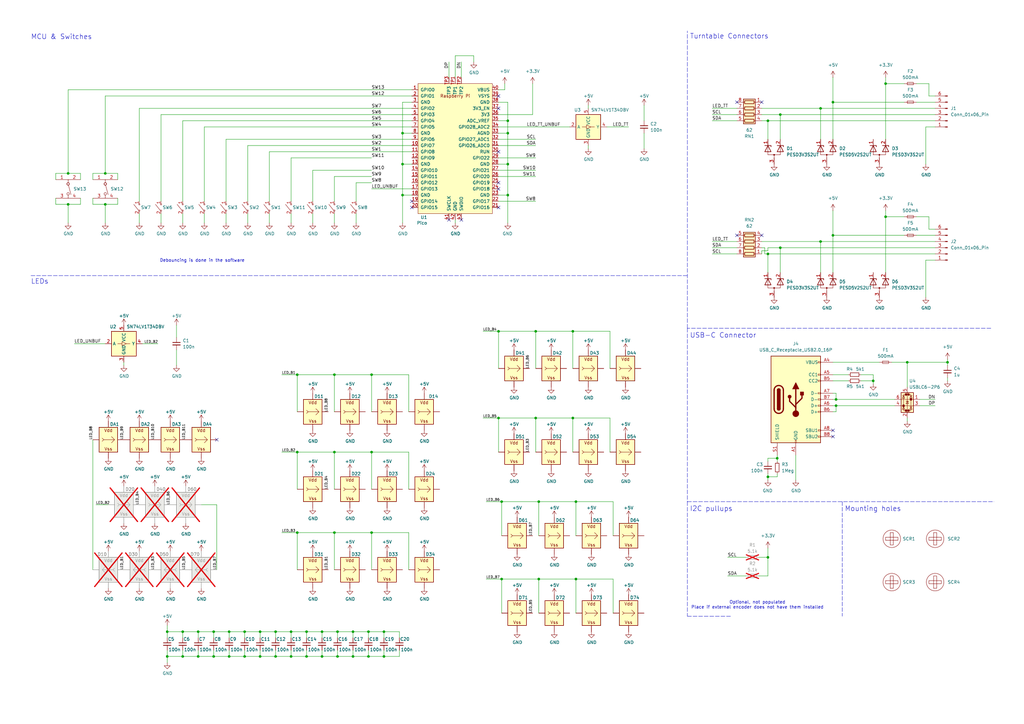
<source format=kicad_sch>
(kicad_sch (version 20231120) (generator "eeschema") (generator_version "8.0")
  (paper "A3")
  (junction (at 157.48 269.24))
  (junction (at 125.73 259.08))
  (junction (at 204.47 135.89))
  (junction (at 138.43 259.08))
  (junction (at 219.71 135.89))
  (junction (at 205.74 205.74))
  (junction (at 74.93 259.08))
  (junction (at 138.43 269.24))
  (junction (at 100.33 269.24))
  (junction (at 341.63 96.52))
  (junction (at 234.95 135.89))
  (junction (at 137.16 185.42))
  (junction (at 27.94 83.82))
  (junction (at 43.18 71.12))
  (junction (at 151.13 269.24))
  (junction (at 137.16 218.44))
  (junction (at 74.93 269.24))
  (junction (at 121.92 185.42))
  (junction (at 152.4 218.44))
  (junction (at 113.03 269.24))
  (junction (at 87.63 259.08))
  (junction (at 144.78 259.08))
  (junction (at 208.28 49.53))
  (junction (at 318.77 187.96))
  (junction (at 388.62 148.59))
  (junction (at 204.47 171.45))
  (junction (at 236.22 237.49))
  (junction (at 119.38 269.24))
  (junction (at 363.22 88.9))
  (junction (at 106.68 259.08))
  (junction (at 119.38 259.08))
  (junction (at 87.63 269.24))
  (junction (at 152.4 153.67))
  (junction (at 320.04 101.6))
  (junction (at 236.22 205.74))
  (junction (at 320.04 46.99))
  (junction (at 220.98 237.49))
  (junction (at 68.58 269.24))
  (junction (at 208.28 80.01))
  (junction (at 106.68 269.24))
  (junction (at 342.9 166.37))
  (junction (at 314.96 49.53))
  (junction (at 93.98 259.08))
  (junction (at 341.63 41.91))
  (junction (at 220.98 205.74))
  (junction (at 152.4 185.42))
  (junction (at 358.14 156.21))
  (junction (at 165.1 67.31))
  (junction (at 132.08 269.24))
  (junction (at 336.55 99.06))
  (junction (at 314.96 104.14))
  (junction (at 219.71 171.45))
  (junction (at 372.11 148.59))
  (junction (at 68.58 259.08))
  (junction (at 208.28 54.61))
  (junction (at 151.13 259.08))
  (junction (at 363.22 34.29))
  (junction (at 336.55 44.45))
  (junction (at 125.73 269.24))
  (junction (at 93.98 269.24))
  (junction (at 165.1 80.01))
  (junction (at 157.48 259.08))
  (junction (at 43.18 83.82))
  (junction (at 137.16 153.67))
  (junction (at 208.28 67.31))
  (junction (at 234.95 171.45))
  (junction (at 144.78 269.24))
  (junction (at 205.74 237.49))
  (junction (at 121.92 153.67))
  (junction (at 165.1 54.61))
  (junction (at 27.94 71.12))
  (junction (at 121.92 218.44))
  (junction (at 314.96 228.6))
  (junction (at 113.03 259.08))
  (junction (at 342.9 163.83))
  (junction (at 100.33 259.08))
  (junction (at 81.28 259.08))
  (junction (at 314.96 195.58))
  (junction (at 132.08 259.08))
  (junction (at 81.28 269.24))
  (no_connect (at 302.26 41.91))
  (no_connect (at 168.91 82.55))
  (no_connect (at 341.63 179.07))
  (no_connect (at 189.23 90.17))
  (no_connect (at 204.47 62.23))
  (no_connect (at 204.47 74.93))
  (no_connect (at 204.47 39.37))
  (no_connect (at 204.47 44.45))
  (no_connect (at 341.63 176.53))
  (no_connect (at 88.9 180.34))
  (no_connect (at 312.42 41.91))
  (no_connect (at 204.47 77.47))
  (no_connect (at 302.26 96.52))
  (no_connect (at 184.15 90.17))
  (no_connect (at 168.91 85.09))
  (no_connect (at 312.42 96.52))
  (no_connect (at 204.47 85.09))
  (wire (pts (xy 375.92 34.29) (xy 381 34.29)))
  (wire (pts (xy 341.63 41.91) (xy 341.63 31.75)))
  (wire (pts (xy 341.63 161.29) (xy 342.9 161.29)))
  (wire (pts (xy 137.16 218.44) (xy 137.16 233.68)))
  (wire (pts (xy 341.63 148.59) (xy 360.68 148.59)))
  (wire (pts (xy 358.14 153.67) (xy 358.14 156.21)))
  (wire (pts (xy 314.96 195.58) (xy 318.77 195.58)))
  (wire (pts (xy 204.47 64.77) (xy 219.71 64.77)))
  (wire (pts (xy 236.22 205.74) (xy 236.22 219.71)))
  (wire (pts (xy 132.08 269.24) (xy 138.43 269.24)))
  (wire (pts (xy 138.43 266.7) (xy 138.43 269.24)))
  (wire (pts (xy 381 93.98) (xy 383.54 93.98)))
  (wire (pts (xy 132.08 259.08) (xy 132.08 261.62)))
  (wire (pts (xy 152.4 218.44) (xy 152.4 233.68)))
  (wire (pts (xy 68.58 259.08) (xy 68.58 261.62)))
  (wire (pts (xy 336.55 44.45) (xy 336.55 57.15)))
  (wire (pts (xy 83.82 52.07) (xy 168.91 52.07)))
  (wire (pts (xy 121.92 218.44) (xy 121.92 233.68)))
  (wire (pts (xy 92.71 87.63) (xy 92.71 91.44)))
  (wire (pts (xy 101.6 87.63) (xy 101.6 91.44)))
  (wire (pts (xy 208.28 54.61) (xy 208.28 67.31)))
  (wire (pts (xy 236.22 205.74) (xy 251.46 205.74)))
  (wire (pts (xy 27.94 83.82) (xy 27.94 91.44)))
  (wire (pts (xy 312.42 99.06) (xy 336.55 99.06)))
  (wire (pts (xy 220.98 237.49) (xy 205.74 237.49)))
  (wire (pts (xy 144.78 259.08) (xy 144.78 261.62)))
  (wire (pts (xy 128.27 69.85) (xy 152.4 69.85)))
  (wire (pts (xy 342.9 166.37) (xy 342.9 168.91)))
  (wire (pts (xy 152.4 153.67) (xy 152.4 168.91)))
  (wire (pts (xy 292.1 99.06) (xy 302.26 99.06)))
  (wire (pts (xy 318.77 195.58) (xy 318.77 194.31)))
  (wire (pts (xy 165.1 80.01) (xy 168.91 80.01)))
  (wire (pts (xy 163.83 266.7) (xy 163.83 269.24)))
  (wire (pts (xy 115.57 153.67) (xy 121.92 153.67)))
  (wire (pts (xy 341.63 163.83) (xy 342.9 163.83)))
  (wire (pts (xy 379.73 52.07) (xy 383.54 52.07)))
  (wire (pts (xy 198.12 135.89) (xy 204.47 135.89)))
  (wire (pts (xy 88.9 207.01) (xy 88.9 233.68)))
  (wire (pts (xy 205.74 205.74) (xy 205.74 219.71)))
  (wire (pts (xy 388.62 147.32) (xy 388.62 148.59)))
  (wire (pts (xy 312.42 102.87) (xy 314.96 102.87)))
  (wire (pts (xy 314.96 189.23) (xy 314.96 187.96)))
  (wire (pts (xy 342.9 163.83) (xy 342.9 161.29)))
  (wire (pts (xy 220.98 205.74) (xy 220.98 219.71)))
  (wire (pts (xy 383.54 41.91) (xy 375.92 41.91)))
  (wire (pts (xy 137.16 72.39) (xy 152.4 72.39)))
  (wire (pts (xy 372.11 171.45) (xy 372.11 172.72)))
  (wire (pts (xy 125.73 259.08) (xy 132.08 259.08)))
  (wire (pts (xy 189.23 25.4) (xy 189.23 31.75)))
  (wire (pts (xy 312.42 46.99) (xy 320.04 46.99)))
  (wire (pts (xy 219.71 135.89) (xy 204.47 135.89)))
  (wire (pts (xy 113.03 259.08) (xy 113.03 261.62)))
  (wire (pts (xy 336.55 99.06) (xy 336.55 111.76)))
  (wire (pts (xy 43.18 39.37) (xy 43.18 71.12)))
  (wire (pts (xy 110.49 87.63) (xy 110.49 91.44)))
  (wire (pts (xy 388.62 148.59) (xy 388.62 149.86)))
  (wire (pts (xy 92.71 57.15) (xy 168.91 57.15)))
  (wire (pts (xy 92.71 57.15) (xy 92.71 82.55)))
  (polyline (pts (xy 12.7 113.03) (xy 281.94 113.03)) (stroke (width 0) (type dash)))
  (wire (pts (xy 220.98 237.49) (xy 220.98 251.46)))
  (wire (pts (xy 151.13 269.24) (xy 157.48 269.24)))
  (wire (pts (xy 38.1 71.12) (xy 43.18 71.12)))
  (polyline (pts (xy 281.94 134.62) (xy 281.94 12.7)) (stroke (width 0) (type dash)))
  (wire (pts (xy 320.04 101.6) (xy 320.04 111.76)))
  (wire (pts (xy 106.68 266.7) (xy 106.68 269.24)))
  (wire (pts (xy 113.03 269.24) (xy 119.38 269.24)))
  (wire (pts (xy 298.45 228.6) (xy 306.07 228.6)))
  (wire (pts (xy 363.22 88.9) (xy 363.22 111.76)))
  (wire (pts (xy 93.98 259.08) (xy 100.33 259.08)))
  (wire (pts (xy 204.47 69.85) (xy 219.71 69.85)))
  (wire (pts (xy 198.12 171.45) (xy 204.47 171.45)))
  (wire (pts (xy 115.57 185.42) (xy 121.92 185.42)))
  (wire (pts (xy 137.16 153.67) (xy 152.4 153.67)))
  (wire (pts (xy 132.08 266.7) (xy 132.08 269.24)))
  (wire (pts (xy 100.33 266.7) (xy 100.33 269.24)))
  (wire (pts (xy 68.58 269.24) (xy 68.58 271.78)))
  (wire (pts (xy 137.16 185.42) (xy 137.16 200.66)))
  (wire (pts (xy 125.73 266.7) (xy 125.73 269.24)))
  (wire (pts (xy 342.9 166.37) (xy 367.03 166.37)))
  (wire (pts (xy 204.47 52.07) (xy 233.68 52.07)))
  (wire (pts (xy 251.46 237.49) (xy 251.46 251.46)))
  (wire (pts (xy 43.18 39.37) (xy 168.91 39.37)))
  (wire (pts (xy 101.6 59.69) (xy 168.91 59.69)))
  (wire (pts (xy 74.93 266.7) (xy 74.93 269.24)))
  (wire (pts (xy 119.38 269.24) (xy 125.73 269.24)))
  (wire (pts (xy 379.73 106.68) (xy 383.54 106.68)))
  (wire (pts (xy 74.93 259.08) (xy 74.93 261.62)))
  (wire (pts (xy 208.28 41.91) (xy 208.28 49.53)))
  (wire (pts (xy 106.68 269.24) (xy 113.03 269.24)))
  (wire (pts (xy 220.98 205.74) (xy 205.74 205.74)))
  (wire (pts (xy 363.22 88.9) (xy 370.84 88.9)))
  (wire (pts (xy 204.47 72.39) (xy 219.71 72.39)))
  (wire (pts (xy 264.16 54.61) (xy 264.16 60.96)))
  (wire (pts (xy 341.63 156.21) (xy 347.98 156.21)))
  (wire (pts (xy 113.03 266.7) (xy 113.03 269.24)))
  (wire (pts (xy 314.96 49.53) (xy 383.54 49.53)))
  (wire (pts (xy 292.1 44.45) (xy 302.26 44.45)))
  (wire (pts (xy 58.42 140.97) (xy 64.77 140.97)))
  (wire (pts (xy 57.15 44.45) (xy 57.15 82.55)))
  (wire (pts (xy 342.9 168.91) (xy 341.63 168.91)))
  (wire (pts (xy 57.15 87.63) (xy 57.15 91.44)))
  (wire (pts (xy 38.1 83.82) (xy 43.18 83.82)))
  (wire (pts (xy 341.63 96.52) (xy 370.84 96.52)))
  (wire (pts (xy 163.83 259.08) (xy 163.83 261.62)))
  (wire (pts (xy 313.69 104.14) (xy 314.96 104.14)))
  (wire (pts (xy 342.9 163.83) (xy 367.03 163.83)))
  (wire (pts (xy 146.05 74.93) (xy 146.05 82.55)))
  (wire (pts (xy 208.28 49.53) (xy 208.28 54.61)))
  (wire (pts (xy 138.43 259.08) (xy 144.78 259.08)))
  (wire (pts (xy 314.96 224.79) (xy 314.96 228.6)))
  (wire (pts (xy 208.28 67.31) (xy 204.47 67.31)))
  (wire (pts (xy 241.3 43.18) (xy 241.3 44.45)))
  (wire (pts (xy 167.64 153.67) (xy 167.64 168.91)))
  (wire (pts (xy 208.28 67.31) (xy 208.28 80.01)))
  (wire (pts (xy 93.98 266.7) (xy 93.98 269.24)))
  (wire (pts (xy 87.63 266.7) (xy 87.63 269.24)))
  (wire (pts (xy 264.16 43.18) (xy 264.16 49.53)))
  (wire (pts (xy 119.38 87.63) (xy 119.38 91.44)))
  (wire (pts (xy 38.1 73.66) (xy 38.1 71.12)))
  (wire (pts (xy 152.4 218.44) (xy 167.64 218.44)))
  (wire (pts (xy 151.13 259.08) (xy 157.48 259.08)))
  (wire (pts (xy 152.4 185.42) (xy 152.4 200.66)))
  (wire (pts (xy 250.19 135.89) (xy 250.19 151.13)))
  (wire (pts (xy 48.26 71.12) (xy 43.18 71.12)))
  (wire (pts (xy 165.1 67.31) (xy 168.91 67.31)))
  (wire (pts (xy 298.45 236.22) (xy 306.07 236.22)))
  (wire (pts (xy 72.39 143.51) (xy 72.39 149.86)))
  (wire (pts (xy 320.04 46.99) (xy 383.54 46.99)))
  (wire (pts (xy 88.9 207.01) (xy 82.55 207.01)))
  (wire (pts (xy 101.6 59.69) (xy 101.6 82.55)))
  (polyline (pts (xy 345.44 205.74) (xy 345.44 252.73)) (stroke (width 0) (type dash)))
  (wire (pts (xy 312.42 44.45) (xy 336.55 44.45)))
  (wire (pts (xy 218.44 46.99) (xy 204.47 46.99)))
  (wire (pts (xy 74.93 259.08) (xy 81.28 259.08)))
  (wire (pts (xy 207.01 36.83) (xy 204.47 36.83)))
  (wire (pts (xy 113.03 259.08) (xy 119.38 259.08)))
  (wire (pts (xy 219.71 171.45) (xy 219.71 185.42)))
  (wire (pts (xy 81.28 266.7) (xy 81.28 269.24)))
  (wire (pts (xy 137.16 218.44) (xy 152.4 218.44)))
  (wire (pts (xy 379.73 67.31) (xy 379.73 52.07)))
  (wire (pts (xy 125.73 259.08) (xy 125.73 261.62)))
  (wire (pts (xy 144.78 266.7) (xy 144.78 269.24)))
  (wire (pts (xy 312.42 101.6) (xy 313.69 101.6)))
  (wire (pts (xy 353.06 153.67) (xy 358.14 153.67)))
  (wire (pts (xy 318.77 189.23) (xy 318.77 187.96)))
  (wire (pts (xy 157.48 259.08) (xy 163.83 259.08)))
  (wire (pts (xy 50.8 149.86) (xy 50.8 148.59)))
  (wire (pts (xy 292.1 49.53) (xy 302.26 49.53)))
  (wire (pts (xy 165.1 67.31) (xy 165.1 80.01)))
  (wire (pts (xy 208.28 80.01) (xy 204.47 80.01)))
  (wire (pts (xy 138.43 259.08) (xy 138.43 261.62)))
  (wire (pts (xy 138.43 269.24) (xy 144.78 269.24)))
  (wire (pts (xy 43.18 83.82) (xy 43.18 91.44)))
  (wire (pts (xy 312.42 49.53) (xy 314.96 49.53)))
  (wire (pts (xy 314.96 49.53) (xy 314.96 57.15)))
  (wire (pts (xy 383.54 96.52) (xy 375.92 96.52)))
  (wire (pts (xy 313.69 101.6) (xy 313.69 104.14)))
  (wire (pts (xy 326.39 196.85) (xy 326.39 186.69)))
  (wire (pts (xy 219.71 135.89) (xy 234.95 135.89)))
  (wire (pts (xy 125.73 269.24) (xy 132.08 269.24)))
  (wire (pts (xy 336.55 99.06) (xy 383.54 99.06)))
  (wire (pts (xy 137.16 185.42) (xy 152.4 185.42)))
  (wire (pts (xy 379.73 121.92) (xy 379.73 106.68)))
  (wire (pts (xy 314.96 101.6) (xy 320.04 101.6)))
  (wire (pts (xy 115.57 218.44) (xy 121.92 218.44)))
  (wire (pts (xy 66.04 87.63) (xy 66.04 91.44)))
  (wire (pts (xy 363.22 34.29) (xy 370.84 34.29)))
  (wire (pts (xy 128.27 69.85) (xy 128.27 82.55)))
  (wire (pts (xy 194.31 25.4) (xy 194.31 22.86)))
  (wire (pts (xy 74.93 49.53) (xy 168.91 49.53)))
  (wire (pts (xy 375.92 88.9) (xy 381 88.9)))
  (wire (pts (xy 106.68 259.08) (xy 106.68 261.62)))
  (wire (pts (xy 57.15 44.45) (xy 168.91 44.45)))
  (wire (pts (xy 48.26 83.82) (xy 43.18 83.82)))
  (wire (pts (xy 365.76 148.59) (xy 372.11 148.59)))
  (wire (pts (xy 165.1 91.44) (xy 165.1 80.01)))
  (wire (pts (xy 132.08 259.08) (xy 138.43 259.08)))
  (wire (pts (xy 383.54 39.37) (xy 381 39.37)))
  (wire (pts (xy 219.71 135.89) (xy 219.71 151.13)))
  (wire (pts (xy 81.28 269.24) (xy 87.63 269.24)))
  (wire (pts (xy 292.1 101.6) (xy 302.26 101.6)))
  (wire (pts (xy 119.38 266.7) (xy 119.38 269.24)))
  (wire (pts (xy 30.48 140.97) (xy 43.18 140.97)))
  (wire (pts (xy 292.1 104.14) (xy 302.26 104.14)))
  (wire (pts (xy 151.13 259.08) (xy 151.13 261.62)))
  (wire (pts (xy 218.44 34.29) (xy 218.44 46.99)))
  (wire (pts (xy 220.98 205.74) (xy 236.22 205.74)))
  (wire (pts (xy 157.48 269.24) (xy 163.83 269.24)))
  (wire (pts (xy 33.02 71.12) (xy 27.94 71.12)))
  (wire (pts (xy 165.1 41.91) (xy 165.1 54.61)))
  (wire (pts (xy 81.28 259.08) (xy 81.28 261.62)))
  (wire (pts (xy 110.49 62.23) (xy 110.49 82.55)))
  (wire (pts (xy 137.16 87.63) (xy 137.16 91.44)))
  (wire (pts (xy 119.38 259.08) (xy 119.38 261.62)))
  (wire (pts (xy 121.92 185.42) (xy 121.92 200.66)))
  (wire (pts (xy 68.58 269.24) (xy 74.93 269.24)))
  (wire (pts (xy 165.1 54.61) (xy 168.91 54.61)))
  (wire (pts (xy 234.95 171.45) (xy 250.19 171.45)))
  (wire (pts (xy 381 39.37) (xy 381 34.29)))
  (wire (pts (xy 144.78 259.08) (xy 151.13 259.08)))
  (wire (pts (xy 66.04 46.99) (xy 168.91 46.99)))
  (wire (pts (xy 93.98 259.08) (xy 93.98 261.62)))
  (wire (pts (xy 74.93 49.53) (xy 74.93 82.55)))
  (wire (pts (xy 341.63 96.52) (xy 341.63 111.76)))
  (wire (pts (xy 38.1 81.28) (xy 38.1 83.82)))
  (wire (pts (xy 186.69 22.86) (xy 186.69 31.75)))
  (wire (pts (xy 204.47 82.55) (xy 219.71 82.55)))
  (wire (pts (xy 93.98 269.24) (xy 100.33 269.24)))
  (wire (pts (xy 137.16 153.67) (xy 137.16 168.91)))
  (wire (pts (xy 208.28 49.53) (xy 204.47 49.53)))
  (wire (pts (xy 87.63 259.08) (xy 93.98 259.08)))
  (wire (pts (xy 119.38 64.77) (xy 152.4 64.77)))
  (wire (pts (xy 388.62 154.94) (xy 388.62 156.21)))
  (wire (pts (xy 208.28 91.44) (xy 208.28 80.01)))
  (wire (pts (xy 100.33 259.08) (xy 100.33 261.62)))
  (wire (pts (xy 234.95 135.89) (xy 250.19 135.89)))
  (wire (pts (xy 341.63 153.67) (xy 347.98 153.67)))
  (wire (pts (xy 157.48 259.08) (xy 157.48 261.62)))
  (wire (pts (xy 388.62 148.59) (xy 372.11 148.59)))
  (wire (pts (xy 377.19 163.83) (xy 383.54 163.83)))
  (wire (pts (xy 144.78 269.24) (xy 151.13 269.24)))
  (polyline (pts (xy 281.94 205.74) (xy 407.67 205.74)) (stroke (width 0) (type dash)))
  (wire (pts (xy 33.02 83.82) (xy 33.02 81.28)))
  (wire (pts (xy 194.31 22.86) (xy 186.69 22.86)))
  (wire (pts (xy 106.68 259.08) (xy 113.03 259.08)))
  (wire (pts (xy 320.04 101.6) (xy 383.54 101.6)))
  (wire (pts (xy 22.86 81.28) (xy 22.86 83.82)))
  (polyline (pts (xy 406.4 134.62) (xy 281.94 134.62)) (stroke (width 0) (type dash)))
  (wire (pts (xy 48.26 71.12) (xy 48.26 73.66)))
  (wire (pts (xy 146.05 74.93) (xy 152.4 74.93)))
  (wire (pts (xy 363.22 88.9) (xy 363.22 86.36)))
  (wire (pts (xy 292.1 46.99) (xy 302.26 46.99)))
  (wire (pts (xy 87.63 259.08) (xy 87.63 261.62)))
  (wire (pts (xy 219.71 171.45) (xy 204.47 171.45)))
  (wire (pts (xy 22.86 83.82) (xy 27.94 83.82)))
  (wire (pts (xy 33.02 71.12) (xy 33.02 73.66)))
  (wire (pts (xy 320.04 46.99) (xy 320.04 57.15)))
  (wire (pts (xy 119.38 64.77) (xy 119.38 82.55)))
  (wire (pts (xy 314.96 102.87) (xy 314.96 101.6)))
  (wire (pts (xy 167.64 185.42) (xy 167.64 200.66)))
  (wire (pts (xy 204.47 57.15) (xy 219.71 57.15)))
  (wire (pts (xy 167.64 218.44) (xy 167.64 233.68)))
  (wire (pts (xy 66.04 46.99) (xy 66.04 82.55)))
  (wire (pts (xy 87.63 269.24) (xy 93.98 269.24)))
  (wire (pts (xy 137.16 185.42) (xy 121.92 185.42)))
  (wire (pts (xy 341.63 166.37) (xy 342.9 166.37)))
  (wire (pts (xy 314.96 187.96) (xy 318.77 187.96)))
  (wire (pts (xy 199.39 237.49) (xy 205.74 237.49)))
  (wire (pts (xy 27.94 36.83) (xy 27.94 71.12)))
  (wire (pts (xy 372.11 148.59) (xy 372.11 158.75)))
  (wire (pts (xy 83.82 52.07) (xy 83.82 82.55)))
  (wire (pts (xy 38.1 180.34) (xy 38.1 233.68)))
  (polyline (pts (xy 281.94 252.73) (xy 299.72 252.73)) (stroke (width 0) (type dash)))
  (wire (pts (xy 205.74 237.49) (xy 205.74 251.46)))
  (wire (pts (xy 219.71 171.45) (xy 234.95 171.45)))
  (wire (pts (xy 236.22 237.49) (xy 251.46 237.49)))
  (wire (pts (xy 48.26 83.82) (xy 48.26 81.28)))
  (wire (pts (xy 74.93 269.24) (xy 81.28 269.24)))
  (wire (pts (xy 204.47 171.45) (xy 204.47 185.42)))
  (wire (pts (xy 121.92 153.67) (xy 121.92 168.91)))
  (wire (pts (xy 234.95 135.89) (xy 234.95 151.13)))
  (wire (pts (xy 220.98 237.49) (xy 236.22 237.49)))
  (polyline (pts (xy 281.94 205.74) (xy 281.94 252.73)) (stroke (width 0) (type dash)))
  (wire (pts (xy 22.86 73.66) (xy 22.86 71.12)))
  (wire (pts (xy 128.27 87.63) (xy 128.27 91.44)))
  (wire (pts (xy 137.16 72.39) (xy 137.16 82.55)))
  (wire (pts (xy 110.49 62.23) (xy 168.91 62.23)))
  (wire (pts (xy 204.47 59.69) (xy 219.71 59.69)))
  (wire (pts (xy 204.47 135.89) (xy 204.47 151.13)))
  (wire (pts (xy 207.01 34.29) (xy 207.01 36.83)))
  (wire (pts (xy 27.94 36.83) (xy 168.91 36.83)))
  (wire (pts (xy 39.37 207.01) (xy 44.45 207.01)))
  (wire (pts (xy 311.15 228.6) (xy 314.96 228.6)))
  (wire (pts (xy 336.55 44.45) (xy 383.54 44.45)))
  (wire (pts (xy 381 88.9) (xy 381 93.98)))
  (wire (pts (xy 165.1 41.91) (xy 168.91 41.91)))
  (wire (pts (xy 137.16 218.44) (xy 121.92 218.44)))
  (wire (pts (xy 208.28 54.61) (xy 204.47 54.61)))
  (wire (pts (xy 370.84 41.91) (xy 341.63 41.91)))
  (wire (pts (xy 236.22 237.49) (xy 236.22 251.46)))
  (wire (pts (xy 314.96 236.22) (xy 311.15 236.22)))
  (wire (pts (xy 358.14 156.21) (xy 358.14 157.48)))
  (wire (pts (xy 241.3 59.69) (xy 241.3 60.96)))
  (wire (pts (xy 68.58 266.7) (xy 68.58 269.24)))
  (wire (pts (xy 33.02 83.82) (xy 27.94 83.82)))
  (wire (pts (xy 152.4 185.42) (xy 167.64 185.42)))
  (wire (pts (xy 250.19 171.45) (xy 250.19 185.42)))
  (wire (pts (xy 100.33 269.24) (xy 106.68 269.24)))
  (wire (pts (xy 165.1 54.61) (xy 165.1 67.31)))
  (wire (pts (xy 199.39 205.74) (xy 205.74 205.74)))
  (wire (pts (xy 152.4 153.67) (xy 167.64 153.67)))
  (wire (pts (xy 208.28 41.91) (xy 204.47 41.91)))
  (wire (pts (xy 83.82 87.63) (xy 83.82 91.44)))
  (wire (pts (xy 81.28 259.08) (xy 87.63 259.08)))
  (wire (pts (xy 22.86 71.12) (xy 27.94 71.12)))
  (wire (pts (xy 314.96 194.31) (xy 314.96 195.58)))
  (wire (pts (xy 341.63 96.52) (xy 341.63 86.36)))
  (wire (pts (xy 168.91 77.47) (xy 152.4 77.47)))
  (wire (pts (xy 234.95 171.45) (xy 234.95 185.42)))
  (wire (pts (xy 146.05 87.63) (xy 146.05 91.44)))
  (wire (pts (xy 314.96 228.6) (xy 314.96 236.22)))
  (wire (pts (xy 248.92 52.07) (xy 257.81 52.07)))
  (wire (pts (xy 186.69 91.44) (xy 186.69 90.17)))
  (wire (pts (xy 314.96 195.58) (xy 314.96 196.85)))
  (wire (pts (xy 314.96 104.14) (xy 314.96 111.76)))
  (wire (pts (xy 363.22 34.29) (xy 363.22 57.15)))
  (wire (pts (xy 121.92 153.67) (xy 137.16 153.67)))
  (polyline (pts (xy 281.94 134.62) (xy 281.94 205.74)) (stroke (width 0) (type dash)))
  (wire (pts (xy 377.19 166.37) (xy 383.54 166.37)))
  (wire (pts (xy 363.22 34.29) (xy 363.22 31.75)))
  (wire (pts (xy 353.06 156.21) (xy 358.14 156.21)))
  (wire (pts (xy 119.38 259.08) (xy 125.73 259.08)))
  (wire (pts (xy 100.33 259.08) (xy 106.68 259.08)))
  (wire (pts (xy 68.58 259.08) (xy 74.93 259.08)))
  (wire (pts (xy 184.15 25.4) (xy 184.15 31.75)))
  (wire (pts (xy 151.13 266.7) (xy 151.13 269.24)))
  (wire (pts (xy 312.42 104.14) (xy 312.42 102.87)))
  (wire (pts (xy 74.93 87.63) (xy 74.93 91.44)))
  (wire (pts (xy 314.96 104.14) (xy 383.54 104.14)))
  (wire (pts (xy 251.46 205.74) (xy 251.46 219.71)))
  (wire (pts (xy 157.48 266.7) (xy 157.48 269.24)))
  (wire (pts (xy 341.63 41.91) (xy 341.63 57.15)))
  (wire (pts (xy 68.58 256.54) (xy 68.58 259.08)))
  (wire (pts (xy 72.39 133.35) (xy 72.39 138.43)))
  (wire (pts (xy 318.77 187.96) (xy 318.77 186.69)))
  (text "MCU & Switches" (at 12.7 15.24 0) (effects (font (size 2 2)) (justify left)))
  (text "Mounting holes" (at 346.456 208.788 0) (effects (font (size 2 2)) (justify left)))
  (text "Optional, not populated\nPlace if external encoder does not have them installed" (at 310.642 248.158 0) (effects (font (size 1.27 1.27))))
  (text "Debouncing is done in the software" (at 65.532 106.934 0) (effects (font (size 1.27 1.27)) (justify left)))
  (text "Turntable Connectors" (at 282.956 14.986 0) (effects (font (size 2 2)) (justify left)))
  (text "LEDs" (at 12.7 115.57 0) (effects (font (size 2 2)) (justify left)))
  (text "USB-C Connector" (at 282.956 137.668 0) (effects (font (size 2 2)) (justify left)))
  (text "I2C pullups" (at 282.956 208.788 0) (effects (font (size 2 2)) (justify left)))
  (label "LED_B11" (at 76.2 180.34 90) (effects (font (size 1 1))))
  (label "SW5" (at 152.4 49.53 0))
  (label "SCL" (at 292.1 46.99 0))
  (label "SW7" (at 152.4 44.45 0))
  (label "SDA" (at 298.45 236.22 0))
  (label "LED_B6" (at 69.85 207.01 90) (effects (font (size 1 1))))
  (label "LED_TT" (at 292.1 99.06 0))
  (label "LED_B1" (at 50.8 233.68 90) (effects (font (size 1 1))))
  (label "SW10" (at 152.4 69.85 0))
  (label "SW8" (at 152.4 74.93 0))
  (label "LED_B4" (at 198.12 135.89 0) (effects (font (size 1 1))))
  (label "LED_B4" (at 57.15 207.01 90) (effects (font (size 1 1))))
  (label "LED_B2" (at 39.37 207.01 0) (effects (font (size 1 1))))
  (label "LED_B5" (at 198.12 171.45 0) (effects (font (size 1 1))))
  (label "LED_TT" (at 257.81 52.07 180))
  (label "SW11" (at 152.4 64.77 0))
  (label "LED_B8" (at 134.62 168.91 90) (effects (font (size 1 1))))
  (label "LED_B7" (at 199.39 237.49 0) (effects (font (size 1 1))))
  (label "SW9" (at 219.71 64.77 180))
  (label "LED_B8" (at 38.1 180.34 90) (effects (font (size 1 1))))
  (label "LED_B7" (at 88.9 233.68 90) (effects (font (size 1 1))))
  (label "SCL" (at 292.1 104.14 0))
  (label "LED_B10" (at 63.5 180.34 90) (effects (font (size 1 1))))
  (label "SW4" (at 152.4 52.07 0))
  (label "SW9" (at 152.4 72.39 0))
  (label "SCL" (at 219.71 57.15 180))
  (label "SW8" (at 219.71 82.55 180))
  (label "LED_B6" (at 217.17 151.13 90) (effects (font (size 1 1))))
  (label "SW1" (at 152.4 62.23 0))
  (label "LED_B5" (at 218.44 251.46 90) (effects (font (size 1 1))))
  (label "LED_B1" (at 115.57 153.67 0) (effects (font (size 1 1))))
  (label "LED_TT" (at 292.1 44.45 0))
  (label "SW13" (at 152.4 36.83 0))
  (label "LED_B3" (at 63.5 233.68 90) (effects (font (size 1 1))))
  (label "LED_B6" (at 199.39 205.74 0) (effects (font (size 1 1))))
  (label "DP" (at 184.15 25.4 270))
  (label "LED_UNBUF" (at 30.48 140.97 0))
  (label "SCL" (at 298.45 228.6 0))
  (label "SDA" (at 219.71 59.69 180))
  (label "DP" (at 383.54 166.37 180))
  (label "SDA" (at 292.1 49.53 0))
  (label "LED_B9" (at 50.8 180.34 90) (effects (font (size 1 1))))
  (label "LED_B7" (at 218.44 219.71 90) (effects (font (size 1 1))))
  (label "SW3" (at 152.4 57.15 0))
  (label "SW12" (at 152.4 39.37 0))
  (label "SW10" (at 219.71 69.85 180))
  (label "SW2" (at 152.4 59.69 0))
  (label "LED_TT_UNBUF" (at 229.87 52.07 180))
  (label "SDA" (at 292.1 101.6 0))
  (label "LED_B5" (at 76.2 233.68 90) (effects (font (size 1 1))))
  (label "LED_B2" (at 115.57 185.42 0) (effects (font (size 1 1))))
  (label "LED_B3" (at 217.17 185.42 90) (effects (font (size 1 1))))
  (label "LED_B2" (at 64.77 140.97 180) (effects (font (size 1 1))))
  (label "DN" (at 383.54 163.83 180))
  (label "LED_B1" (at 134.62 233.68 90) (effects (font (size 1 1))))
  (label "SW6" (at 152.4 46.99 0))
  (label "DN" (at 189.23 25.4 270))
  (label "LED_B4" (at 134.62 200.66 90) (effects (font (size 1 1))))
  (label "LED_B3" (at 115.57 218.44 0) (effects (font (size 1 1))))
  (label "SW11" (at 219.71 72.39 180))
  (label "LED_UNBUF" (at 152.4 77.47 0))
  (symbol (lib_id "MCU_RaspberryPi_and_Boards:Pico") (at 186.69 60.96 0) (unit 1)
    (property "Reference" "U1" (at 175.26 89.1286 0) (effects (justify right)))
    (property "Value" "Pico" (at 175.26 91.44 0) (effects (justify right)))
    (property "Footprint" "MCU_RaspberryPi_and_Boards:RPi_Pico_SMD" (effects (hide yes)))
    (property "LCSC" "C7203002" (effects (hide yes)))
  )
  (symbol (lib_id "Device:C_Small") (at 132.08 264.16 0) (unit 1)
    (property "Reference" "C15" (at 132.334 262.128 0) (effects (justify left)))
    (property "Value" "100n" (at 132.588 266.446 0) (effects (justify left)))
    (property "Footprint" "Capacitor_SMD:C_0603_1608Metric" (effects (hide yes)))
    (property "Description" "Unpolarized capacitor, small symbol" (effects (hide yes)))
    (property "LCSC" "C14663" (effects (hide yes)))
  )
  (symbol (lib_id "power:+5V") (at 44.45 226.06 0) (unit 1)
    (property "Reference" "#PWR077" (effects (hide yes)))
    (property "Value" "+5V" (at 44.45 222.25 0))
  )
  (symbol (lib_id "power:GND") (at 372.11 172.72 0) (unit 1)
    (property "Reference" "#PWR08" (effects (hide yes)))
    (property "Value" "GND" (at 372.237 177.1142 0))
  )
  (symbol (lib_id "power:+5V") (at 50.8 133.35 0) (unit 1)
    (property "Reference" "#PWR058" (effects (hide yes)))
    (property "Value" "+5V" (at 50.8 129.54 0))
  )
  (symbol (lib_id "Device:C_Small") (at 264.16 52.07 0) (unit 1)
    (property "Reference" "C2" (at 266.7 50.8062 0) (effects (justify left)))
    (property "Value" "100n" (at 266.7 53.3462 0) (effects (justify left)))
    (property "Footprint" "Capacitor_SMD:C_0603_1608Metric" (effects (hide yes)))
    (property "Description" "Unpolarized capacitor, small symbol" (effects (hide yes)))
    (property "LCSC" "C14663" (effects (hide yes)))
  )
  (symbol (lib_id "power:+5V") (at 212.09 212.09 0) (unit 1)
    (property "Reference" "#PWR085" (effects (hide yes)))
    (property "Value" "+5V" (at 212.09 208.28 0))
  )
  (symbol (lib_id "Device:C_Small") (at 81.28 264.16 0) (unit 1)
    (property "Reference" "C7" (at 81.534 262.128 0) (effects (justify left)))
    (property "Value" "100n" (at 81.788 266.446 0) (effects (justify left)))
    (property "Footprint" "Capacitor_SMD:C_0603_1608Metric" (effects (hide yes)))
    (property "Description" "Unpolarized capacitor, small symbol" (effects (hide yes)))
    (property "LCSC" "C14663" (effects (hide yes)))
  )
  (symbol (lib_id "power:GND") (at 128.27 91.44 0) (unit 1)
    (property "Reference" "#PWR0112" (effects (hide yes)))
    (property "Value" "GND" (at 128.397 95.8342 0))
  )
  (symbol (lib_id "power:+5V") (at 82.55 172.72 0) (unit 1)
    (property "Reference" "#PWR063" (effects (hide yes)))
    (property "Value" "+5V" (at 82.55 168.91 0))
  )
  (symbol (lib_id "power:GND") (at 143.51 176.53 0) (unit 1)
    (property "Reference" "#PWR023" (effects (hide yes)))
    (property "Value" "GND" (at 143.637 180.9242 0))
  )
  (symbol (lib_id "power:+5V") (at 257.81 243.84 0) (unit 1)
    (property "Reference" "#PWR089" (effects (hide yes)))
    (property "Value" "+5V" (at 257.81 240.03 0))
  )
  (symbol (lib_id "power:GND") (at 242.57 259.08 0) (unit 1)
    (property "Reference" "#PWR084" (effects (hide yes)))
    (property "Value" "GND" (at 242.697 263.4742 0))
  )
  (symbol (lib_id "power:GND") (at 101.6 91.44 0) (unit 1)
    (property "Reference" "#PWR0107" (effects (hide yes)))
    (property "Value" "GND" (at 101.727 95.8342 0))
  )
  (symbol (lib_id "iidx_pico:Tact_4pin") (at 43.18 77.47 0) (unit 1)
    (property "Reference" "SW12" (at 48.006 77.47 0))
    (property "Value" "Tact_4pin" (effects (hide yes)))
    (property "Footprint" "iidx_pico:EVQP1K05M" (effects (hide yes)))
    (property "LCSC" "C2915185" (effects (hide yes)))
  )
  (symbol (lib_id "power:GND") (at 339.09 67.31 0) (unit 1)
    (property "Reference" "#PWR0116" (effects (hide yes)))
    (property "Value" "GND" (at 339.217 71.7042 0))
  )
  (symbol (lib_id "power:GND") (at 57.15 187.96 0) (unit 1)
    (property "Reference" "#PWR065" (effects (hide yes)))
    (property "Value" "GND" (at 57.277 192.3542 0))
  )
  (symbol (lib_name "WS2812B_Unified_6") (lib_id "iidx_pico:WS2812B_Unified") (at 143.51 168.91 0) (unit 1)
    (property "Reference" "D12" (at 146.05 162.56 0))
    (property "Value" "WS2812B_Unified" (effects (hide yes)))
    (property "Footprint" "iidx_pico:WS2812B-1615" (effects (hide yes)))
    (property "LCSC" "C965555" (effects (hide yes)))
  )
  (symbol (lib_id "agg:SWITCH_SPST") (at 101.6 85.09 90) (unit 1)
    (property "Reference" "SW2" (at 102.235 85.09 90) (effects (justify right)))
    (property "Value" "SWITCH_SPST" (effects (hide yes)))
    (property "Footprint" "iidx_pico:SW_Kailh_Choc_V1V2_IIDX" (effects (hide yes)))
  )
  (symbol (lib_id "Device:R_Pack04") (at 307.34 99.06 90) (unit 1)
    (property "Reference" "RN2" (at 307.34 90.17 90))
    (property "Value" "62" (at 307.34 92.71 90))
    (property "Footprint" "Resistor_SMD:R_Array_Convex_4x0603" (effects (hide yes)))
    (property "Description" "4 resistor network, parallel topology" (effects (hide yes)))
    (property "LCSC" "C728917" (effects (hide yes)))
  )
  (symbol (lib_id "power:+5V") (at 173.99 226.06 0) (unit 1)
    (property "Reference" "#PWR043" (effects (hide yes)))
    (property "Value" "+5V" (at 173.99 222.25 0))
  )
  (symbol (lib_name "+5V_1") (lib_id "power:+5V") (at 341.63 86.36 0) (unit 1)
    (property "Reference" "#PWR057" (effects (hide yes)))
    (property "Value" "+5V" (at 341.63 81.28 0))
    (property "Description" "Power symbol creates a global label with name \"+5V\"" (effects (hide yes)))
  )
  (symbol (lib_id "power:+5V") (at 57.15 172.72 0) (unit 1)
    (property "Reference" "#PWR061" (effects (hide yes)))
    (property "Value" "+5V" (at 57.15 168.91 0))
  )
  (symbol (lib_name "WS2812B_Unified_7") (lib_id "iidx_pico:WS2812B_Unified") (at 57.15 180.34 0) (unit 1)
    (property "Reference" "DA2" (at 59.69 173.99 0))
    (property "Value" "WS2812B_Unified" (effects (hide yes)))
    (property "Footprint" "iidx_pico:WS2812B-2835" (effects (hide yes)))
    (property "LCSC" "C965555" (effects (hide yes)))
  )
  (symbol (lib_name "WS2812B_Unified_3") (lib_id "iidx_pico:WS2812B_Unified") (at 50.8 207.01 0) (unit 1) (in_bom no) (dnp yes)
    (property "Reference" "D20" (at 53.34 200.66 0))
    (property "Value" "WS2812B_Unified" (effects (hide yes)))
    (property "Footprint" "iidx_pico:WS2812B-2835" (effects (hide yes)))
  )
  (symbol (lib_id "Device:D_Zener_Dual_CommonAnode_KKA_Parallel") (at 339.09 116.84 90) (unit 1)
    (property "Reference" "D5" (at 344.17 115.5064 90) (effects (justify right)))
    (property "Value" "PESD5V2S2UT" (at 344.17 118.0464 90) (effects (justify right)))
    (property "Footprint" "Package_TO_SOT_SMD:SOT-23" (effects (hide yes)))
    (property "Description" "Dual Zener diode, common anode on pin 1" (effects (hide yes)))
    (property "LCSC" "C18441" (effects (hide yes)))
  )
  (symbol (lib_name "WS2812B_Unified_8") (lib_id "iidx_pico:WS2812B_Unified") (at 44.45 180.34 0) (unit 1)
    (property "Reference" "DA1" (at 46.99 173.99 0))
    (property "Value" "WS2812B_Unified" (effects (hide yes)))
    (property "Footprint" "iidx_pico:WS2812B-2835" (effects (hide yes)))
    (property "LCSC" "C965555" (effects (hide yes)))
  )
  (symbol (lib_id "power:+5V") (at 158.75 193.04 0) (unit 1)
    (property "Reference" "#PWR047" (effects (hide yes)))
    (property "Value" "+5V" (at 158.75 189.23 0))
  )
  (symbol (lib_id "Device:C_Small") (at 100.33 264.16 0) (unit 1)
    (property "Reference" "C10" (at 100.584 262.128 0) (effects (justify left)))
    (property "Value" "100n" (at 100.838 266.446 0) (effects (justify left)))
    (property "Footprint" "Capacitor_SMD:C_0603_1608Metric" (effects (hide yes)))
    (property "Description" "Unpolarized capacitor, small symbol" (effects (hide yes)))
    (property "LCSC" "C14663" (effects (hide yes)))
  )
  (symbol (lib_id "power:GND") (at 50.8 149.86 0) (unit 1)
    (property "Reference" "#PWR059" (effects (hide yes)))
    (property "Value" "GND" (at 50.927 154.2542 0))
  )
  (symbol (lib_name "WS2812B_Unified_6") (lib_id "iidx_pico:WS2812B_Unified") (at 210.82 151.13 0) (unit 1)
    (property "Reference" "D41" (at 213.36 144.78 0))
    (property "Value" "WS2812B_Unified" (effects (hide yes)))
    (property "Footprint" "iidx_pico:WS2812B-1615" (effects (hide yes)))
    (property "LCSC" "C965555" (effects (hide yes)))
  )
  (symbol (lib_id "power:GND") (at 110.49 91.44 0) (unit 1)
    (property "Reference" "#PWR0108" (effects (hide yes)))
    (property "Value" "GND" (at 110.617 95.8342 0))
  )
  (symbol (lib_id "power:GND") (at 27.94 91.44 0) (unit 1)
    (property "Reference" "#PWR0101" (effects (hide yes)))
    (property "Value" "GND" (at 28.067 95.8342 0))
  )
  (symbol (lib_id "power:GND") (at 158.75 208.28 0) (unit 1)
    (property "Reference" "#PWR020" (effects (hide yes)))
    (property "Value" "GND" (at 158.877 212.6742 0))
  )
  (symbol (lib_id "power:GND") (at 57.15 91.44 0) (unit 1)
    (property "Reference" "#PWR0100" (effects (hide yes)))
    (property "Value" "GND" (at 57.277 95.8342 0))
  )
  (symbol (lib_name "WS2812B_Unified_6") (lib_id "iidx_pico:WS2812B_Unified") (at 128.27 233.68 0) (unit 1)
    (property "Reference" "D31" (at 130.81 227.33 0))
    (property "Value" "WS2812B_Unified" (effects (hide yes)))
    (property "Footprint" "iidx_pico:WS2812B-1615" (effects (hide yes)))
    (property "LCSC" "C965555" (effects (hide yes)))
  )
  (symbol (lib_id "power:+5V") (at 128.27 226.06 0) (unit 1)
    (property "Reference" "#PWR014" (effects (hide yes)))
    (property "Value" "+5V" (at 128.27 222.25 0))
  )
  (symbol (lib_id "Device:Fuse_Small") (at 373.38 88.9 0) (unit 1)
    (property "Reference" "F4" (at 373.38 83.82 0))
    (property "Value" "500mA" (at 373.38 86.36 0))
    (property "Footprint" "Fuse:Fuse_0805_2012Metric" (effects (hide yes)))
    (property "Description" "Fuse, small symbol" (effects (hide yes)))
    (property "LCSC" "C7501939" (effects (hide yes)))
  )
  (symbol (lib_name "WS2812B_Unified_6") (lib_id "iidx_pico:WS2812B_Unified") (at 44.45 233.68 0) (mirror y) (unit 1) (in_bom no) (dnp yes)
    (property "Reference" "D10" (at 41.91 227.33 0))
    (property "Value" "WS2812B_Unified" (effects (hide yes)))
    (property "Footprint" "iidx_pico:WS2812B-2835" (effects (hide yes)))
  )
  (symbol (lib_id "power:+5V") (at 72.39 133.35 0) (unit 1)
    (property "Reference" "#PWR0123" (effects (hide yes)))
    (property "Value" "+5V" (at 72.39 129.54 0))
  )
  (symbol (lib_id "Device:C_Small") (at 68.58 264.16 0) (unit 1)
    (property "Reference" "C5" (at 68.834 262.128 0) (effects (justify left)))
    (property "Value" "100n" (at 69.088 266.446 0) (effects (justify left)))
    (property "Footprint" "Capacitor_SMD:C_0603_1608Metric" (effects (hide yes)))
    (property "Description" "Unpolarized capacitor, small symbol" (effects (hide yes)))
    (property "LCSC" "C14663" (effects (hide yes)))
  )
  (symbol (lib_id "power:GND") (at 360.68 67.31 0) (unit 1)
    (property "Reference" "#PWR0127" (effects (hide yes)))
    (property "Value" "GND" (at 360.807 71.7042 0))
  )
  (symbol (lib_id "Device:R_Pack04") (at 307.34 46.99 90) (mirror x) (unit 1)
    (property "Reference" "RN1" (at 307.34 55.88 90))
    (property "Value" "62" (at 307.34 53.34 90))
    (property "Footprint" "Resistor_SMD:R_Array_Convex_4x0603" (effects (hide yes)))
    (property "Description" "4 resistor network, parallel topology" (effects (hide yes)))
    (property "LCSC" "C728917" (effects (hide yes)))
  )
  (symbol (lib_id "power:GND") (at 69.85 187.96 0) (unit 1)
    (property "Reference" "#PWR066" (effects (hide yes)))
    (property "Value" "GND" (at 69.977 192.3542 0))
  )
  (symbol (lib_id "power:GND") (at 158.75 241.3 0) (unit 1)
    (property "Reference" "#PWR042" (effects (hide yes)))
    (property "Value" "GND" (at 158.877 245.6942 0))
  )
  (symbol (lib_id "power:GND") (at 68.58 271.78 0) (unit 1)
    (property "Reference" "#PWR097" (effects (hide yes)))
    (property "Value" "GND" (at 68.707 276.1742 0))
  )
  (symbol (lib_id "power:+5V") (at 128.27 161.29 0) (unit 1)
    (property "Reference" "#PWR051" (effects (hide yes)))
    (property "Value" "+5V" (at 128.27 157.48 0))
  )
  (symbol (lib_id "power:GND") (at 257.81 227.33 0) (unit 1)
    (property "Reference" "#PWR033" (effects (hide yes)))
    (property "Value" "GND" (at 257.937 231.7242 0))
  )
  (symbol (lib_id "power:GND") (at 165.1 91.44 0) (unit 1)
    (property "Reference" "#PWR052" (effects (hide yes)))
    (property "Value" "GND" (at 165.227 95.8342 0))
  )
  (symbol (lib_id "power:+5V") (at 76.2 199.39 0) (unit 1)
    (property "Reference" "#PWR076" (effects (hide yes)))
    (property "Value" "+5V" (at 76.2 195.58 0))
  )
  (symbol (lib_name "WS2812B_Unified_6") (lib_id "iidx_pico:WS2812B_Unified") (at 242.57 251.46 0) (unit 1)
    (property "Reference" "D73" (at 245.11 245.11 0))
    (property "Value" "WS2812B_Unified" (effects (hide yes)))
    (property "Footprint" "iidx_pico:WS2812B-1615" (effects (hide yes)))
    (property "LCSC" "C965555" (effects (hide yes)))
  )
  (symbol (lib_id "power:+5V") (at 50.8 199.39 0) (unit 1)
    (property "Reference" "#PWR0115" (effects (hide yes)))
    (property "Value" "+5V" (at 50.8 195.58 0))
  )
  (symbol (lib_id "Device:C_Small") (at 138.43 264.16 0) (unit 1)
    (property "Reference" "C16" (at 138.684 262.128 0) (effects (justify left)))
    (property "Value" "100n" (at 138.938 266.446 0) (effects (justify left)))
    (property "Footprint" "Capacitor_SMD:C_0603_1608Metric" (effects (hide yes)))
    (property "Description" "Unpolarized capacitor, small symbol" (effects (hide yes)))
    (property "LCSC" "C14663" (effects (hide yes)))
  )
  (symbol (lib_id "Device:Fuse_Small") (at 373.38 34.29 0) (unit 1)
    (property "Reference" "F2" (at 373.38 29.21 0))
    (property "Value" "500mA" (at 373.38 31.75 0))
    (property "Footprint" "Fuse:Fuse_0805_2012Metric" (effects (hide yes)))
    (property "Description" "Fuse, small symbol" (effects (hide yes)))
    (property "LCSC" "C7501939" (effects (hide yes)))
  )
  (symbol (lib_id "power:+5V") (at 173.99 193.04 0) (unit 1)
    (property "Reference" "#PWR048" (effects (hide yes)))
    (property "Value" "+5V" (at 173.99 189.23 0))
  )
  (symbol (lib_id "power:+5V") (at 226.06 177.8 0) (unit 1)
    (property "Reference" "#PWR028" (effects (hide yes)))
    (property "Value" "+5V" (at 226.06 173.99 0))
  )
  (symbol (lib_id "iidx_pico:ScrewHole") (at 383.54 220.98 0) (unit 1)
    (property "Reference" "SCR2" (at 388.62 220.9799 0) (effects (justify left)))
    (property "Value" "ScrewHole" (effects (hide yes)))
    (property "Footprint" "MountingHole:MountingHole_3.2mm_M3" (effects (hide yes)))
  )
  (symbol (lib_id "power:GND") (at 128.27 208.28 0) (unit 1)
    (property "Reference" "#PWR018" (effects (hide yes)))
    (property "Value" "GND" (at 128.397 212.6742 0))
  )
  (symbol (lib_id "Device:R_Small") (at 350.52 153.67 90) (unit 1)
    (property "Reference" "R4" (at 348.488 151.384 90))
    (property "Value" "5k1" (at 352.806 151.384 90))
    (property "Footprint" "Resistor_SMD:R_0603_1608Metric" (effects (hide yes)))
    (property "Description" "Resistor, small symbol" (effects (hide yes)))
    (property "LCSC" "C105580" (effects (hide yes)))
  )
  (symbol (lib_id "power:GND") (at 128.27 176.53 0) (unit 1)
    (property "Reference" "#PWR022" (effects (hide yes)))
    (property "Value" "GND" (at 128.397 180.9242 0))
  )
  (symbol (lib_id "power:+5V") (at 69.85 226.06 0) (unit 1)
    (property "Reference" "#PWR079" (effects (hide yes)))
    (property "Value" "+5V" (at 69.85 222.25 0))
  )
  (symbol (lib_id "power:+5V") (at 57.15 226.06 0) (unit 1)
    (property "Reference" "#PWR078" (effects (hide yes)))
    (property "Value" "+5V" (at 57.15 222.25 0))
  )
  (symbol (lib_id "Logic_LevelTranslator:SN74LV1T34DBV") (at 241.3 52.07 0) (unit 1)
    (property "Reference" "U3" (at 236.855 45.085 0))
    (property "Value" "SN74LV1T34DBV" (at 250.19 45.085 0))
    (property "Footprint" "Package_TO_SOT_SMD:SOT-23-5" (effects (hide yes)))
    (property "Datasheet" "https://www.ti.com/lit/ds/symlink/sn74lv1t34.pdf" (effects (hide yes)))
    (property "LCSC" "C100024" (effects (hide yes)))
  )
  (symbol (lib_id "Device:D_Zener_Dual_CommonAnode_KKA_Parallel") (at 339.09 62.23 90) (unit 1)
    (property "Reference" "D2" (at 344.17 60.8964 90) (effects (justify right)))
    (property "Value" "PESD5V2S2UT" (at 344.17 63.4364 90) (effects (justify right)))
    (property "Footprint" "Package_TO_SOT_SMD:SOT-23" (effects (hide yes)))
    (property "Description" "Dual Zener diode, common anode on pin 1" (effects (hide yes)))
    (property "LCSC" "C18441" (effects (hide yes)))
  )
  (symbol (lib_id "Device:R_Small") (at 350.52 156.21 90) (mirror x) (unit 1)
    (property "Reference" "R5" (at 348.488 158.496 90))
    (property "Value" "5k1" (at 352.806 158.496 90))
    (property "Footprint" "Resistor_SMD:R_0603_1608Metric" (effects (hide yes)))
    (property "Description" "Resistor, small symbol" (effects (hide yes)))
    (property "LCSC" "C105580" (effects (hide yes)))
  )
  (symbol (lib_id "power:GND") (at 226.06 193.04 0) (unit 1)
    (property "Reference" "#PWR029" (effects (hide yes)))
    (property "Value" "GND" (at 226.187 197.4342 0))
  )
  (symbol (lib_name "WS2812B_Unified_6") (lib_id "iidx_pico:WS2812B_Unified") (at 242.57 219.71 0) (unit 1)
    (property "Reference" "D63" (at 245.11 213.36 0))
    (property "Value" "WS2812B_Unified" (effects (hide yes)))
    (property "Footprint" "iidx_pico:WS2812B-1615" (effects (hide yes)))
    (property "LCSC" "C965555" (effects (hide yes)))
  )
  (symbol (lib_id "power:GND") (at 143.51 241.3 0) (unit 1)
    (property "Reference" "#PWR017" (effects (hide yes)))
    (property "Value" "GND" (at 143.637 245.6942 0))
  )
  (symbol (lib_id "power:GND") (at 143.51 208.28 0) (unit 1)
    (property "Reference" "#PWR019" (effects (hide yes)))
    (property "Value" "GND" (at 143.637 212.6742 0))
  )
  (symbol (lib_id "power:+5V") (at 128.27 193.04 0) (unit 1)
    (property "Reference" "#PWR045" (effects (hide yes)))
    (property "Value" "+5V" (at 128.27 189.23 0))
  )
  (symbol (lib_id "Connector:Conn_01x06_Pin") (at 388.62 46.99 180) (unit 1)
    (property "Reference" "J1" (at 389.89 44.4499 0) (effects (justify right)))
    (property "Value" "Conn_01x06_Pin" (at 389.89 46.9899 0) (effects (justify right)))
    (property "Footprint" "Connector_JST:JST_GH_SM06B-GHS-TB_1x06-1MP_P1.25mm_Horizontal" (effects (hide yes)))
    (property "Description" "Generic connector, single row, 01x06, script generated" (effects (hide yes)))
    (property "LCSC" "C133065" (effects (hide yes)))
  )
  (symbol (lib_id "power:+5V") (at 226.06 143.51 0) (unit 1)
    (property "Reference" "#PWR013" (effects (hide yes)))
    (property "Value" "+5V" (at 226.06 139.7 0))
  )
  (symbol (lib_id "power:GND") (at 82.55 241.3 0) (unit 1)
    (property "Reference" "#PWR071" (effects (hide yes)))
    (property "Value" "GND" (at 82.677 245.6942 0))
  )
  (symbol (lib_name "WS2812B_Unified_6") (lib_id "iidx_pico:WS2812B_Unified") (at 256.54 151.13 0) (unit 1)
    (property "Reference" "D44" (at 259.08 144.78 0))
    (property "Value" "WS2812B_Unified" (effects (hide yes)))
    (property "Footprint" "iidx_pico:WS2812B-1615" (effects (hide yes)))
    (property "LCSC" "C965555" (effects (hide yes)))
  )
  (symbol (lib_id "power:+5V") (at 241.3 177.8 0) (unit 1)
    (property "Reference" "#PWR054" (effects (hide yes)))
    (property "Value" "+5V" (at 241.3 173.99 0))
  )
  (symbol (lib_id "agg:SWITCH_SPST") (at 74.93 85.09 90) (unit 1)
    (property "Reference" "SW5" (at 75.565 85.09 90) (effects (justify right)))
    (property "Value" "SWITCH_SPST" (effects (hide yes)))
    (property "Footprint" "iidx_pico:SW_Kailh_Choc_V1V2_IIDX" (effects (hide yes)))
  )
  (symbol (lib_name "WS2812B_Unified_6") (lib_id "iidx_pico:WS2812B_Unified") (at 241.3 151.13 0) (unit 1)
    (property "Reference" "D43" (at 243.84 144.78 0))
    (property "Value" "WS2812B_Unified" (effects (hide yes)))
    (property "Footprint" "iidx_pico:WS2812B-1615" (effects (hide yes)))
    (property "LCSC" "C965555" (effects (hide yes)))
  )
  (symbol (lib_id "power:GND") (at 146.05 91.44 0) (unit 1)
    (property "Reference" "#PWR0114" (effects (hide yes)))
    (property "Value" "GND" (at 146.177 95.8342 0))
  )
  (symbol (lib_id "iidx_pico:WS2812B_Unified") (at 69.85 180.34 0) (unit 1)
    (property "Reference" "DA3" (at 72.39 173.99 0))
    (property "Value" "WS2812B_Unified" (effects (hide yes)))
    (property "Footprint" "iidx_pico:WS2812B-2835" (effects (hide yes)))
    (property "LCSC" "C965555" (effects (hide yes)))
  )
  (symbol (lib_id "power:+5V") (at 158.75 161.29 0) (unit 1)
    (property "Reference" "#PWR049" (effects (hide yes)))
    (property "Value" "+5V" (at 158.75 157.48 0))
  )
  (symbol (lib_id "power:+3.3V") (at 314.96 224.79 0) (unit 1)
    (property "Reference" "#PWR0120" (effects (hide yes)))
    (property "Value" "+3.3V" (at 314.96 219.71 0))
  )
  (symbol (lib_id "Device:Fuse_Small") (at 363.22 148.59 0) (unit 1)
    (property "Reference" "F1" (at 363.22 143.51 0))
    (property "Value" "500mA" (at 363.22 146.05 0))
    (property "Footprint" "Fuse:Fuse_0805_2012Metric" (effects (hide yes)))
    (property "Description" "Fuse, small symbol" (effects (hide yes)))
    (property "LCSC" "C7501939" (effects (hide yes)))
  )
  (symbol (lib_id "power:GND") (at 186.69 91.44 0) (unit 1)
    (property "Reference" "#PWR053" (effects (hide yes)))
    (property "Value" "GND" (at 186.817 95.8342 0))
  )
  (symbol (lib_id "power:GND") (at 119.38 91.44 0) (unit 1)
    (property "Reference" "#PWR0111" (effects (hide yes)))
    (property "Value" "GND" (at 119.507 95.8342 0))
  )
  (symbol (lib_id "power:+5V") (at 143.51 161.29 0) (unit 1)
    (property "Reference" "#PWR050" (effects (hide yes)))
    (property "Value" "+5V" (at 143.51 157.48 0))
  )
  (symbol (lib_id "power:+5V") (at 242.57 212.09 0) (unit 1)
    (property "Reference" "#PWR087" (effects (hide yes)))
    (property "Value" "+5V" (at 242.57 208.28 0))
  )
  (symbol (lib_id "power:GND") (at 241.3 193.04 0) (unit 1)
    (property "Reference" "#PWR055" (effects (hide yes)))
    (property "Value" "GND" (at 241.427 197.4342 0))
  )
  (symbol (lib_id "Device:D_Zener_Dual_CommonAnode_KKA_Parallel") (at 360.68 116.84 90) (unit 1)
    (property "Reference" "D6" (at 365.76 115.5064 90) (effects (justify right)))
    (property "Value" "PESD3V3S2UT" (at 365.76 118.0464 90) (effects (justify right)))
    (property "Footprint" "Package_TO_SOT_SMD:SOT-23" (effects (hide yes)))
    (property "Description" "Dual Zener diode, common anode on pin 1" (effects (hide yes)))
    (property "LCSC" "C84276" (effects (hide yes)))
  )
  (symbol (lib_name "WS2812B_Unified_6") (lib_id "iidx_pico:WS2812B_Unified") (at 256.54 185.42 0) (unit 1)
    (property "Reference" "D54" (at 259.08 179.07 0))
    (property "Value" "WS2812B_Unified" (effects (hide yes)))
    (property "Footprint" "iidx_pico:WS2812B-1615" (effects (hide yes)))
    (property "LCSC" "C965555" (effects (hide yes)))
  )
  (symbol (lib_id "power:GND") (at 212.09 227.33 0) (unit 1)
    (property "Reference" "#PWR030" (effects (hide yes)))
    (property "Value" "GND" (at 212.217 231.7242 0))
  )
  (symbol (lib_id "Power_Protection:USBLC6-2P6") (at 372.11 163.83 0) (mirror y) (unit 1)
    (property "Reference" "U4" (at 372.872 156.21 0) (effects (justify right)))
    (property "Value" "USBLC6-2P6" (at 372.872 158.75 0) (effects (justify right)))
    (property "Footprint" "Package_TO_SOT_SMD:SOT-23-6" (effects (hide yes)))
    (property "Datasheet" "https://www.st.com/resource/en/datasheet/usblc6-2.pdf" (effects (hide yes)))
    (property "Description" "Very low capacitance ESD protection diode, 2 data-line, SOT-666" (effects (hide yes)))
    (property "LCSC" "C7519" (effects (hide yes)))
  )
  (symbol (lib_id "power:+5V") (at 158.75 226.06 0) (unit 1)
    (property "Reference" "#PWR041" (effects (hide yes)))
    (property "Value" "+5V" (at 158.75 222.25 0))
  )
  (symbol (lib_name "WS2812B_Unified_9") (lib_id "iidx_pico:WS2812B_Unified") (at 76.2 207.01 0) (unit 1) (in_bom no) (dnp yes)
    (property "Reference" "D60" (at 78.74 200.66 0))
    (property "Value" "WS2812B_Unified" (effects (hide yes)))
    (property "Footprint" "iidx_pico:WS2812B-2835" (effects (hide yes)))
  )
  (symbol (lib_id "agg:SWITCH_SPST") (at 146.05 85.09 90) (unit 1)
    (property "Reference" "SW8" (at 146.685 85.09 90) (effects (justify right)))
    (property "Value" "SWITCH_SPST" (effects (hide yes)))
    (property "Footprint" "iidx_pico:SW_Kailh_Choc_V1V2_1.00u_LED" (effects (hide yes)))
  )
  (symbol (lib_name "WS2812B_Unified_6") (lib_id "iidx_pico:WS2812B_Unified") (at 227.33 219.71 0) (unit 1)
    (property "Reference" "D62" (at 229.87 213.36 0))
    (property "Value" "WS2812B_Unified" (effects (hide yes)))
    (property "Footprint" "iidx_pico:WS2812B-1615" (effects (hide yes)))
    (property "LCSC" "C965555" (effects (hide yes)))
  )
  (symbol (lib_id "power:GND") (at 264.16 60.96 0) (unit 1)
    (property "Reference" "#PWR0130" (effects (hide yes)))
    (property "Value" "GND" (at 264.287 65.3542 0))
  )
  (symbol (lib_name "WS2812B_Unified_6") (lib_id "iidx_pico:WS2812B_Unified") (at 158.75 168.91 0) (unit 1)
    (property "Reference" "D13" (at 161.29 162.56 0))
    (property "Value" "WS2812B_Unified" (effects (hide yes)))
    (property "Footprint" "iidx_pico:WS2812B-1615" (effects (hide yes)))
    (property "LCSC" "C965555" (effects (hide yes)))
  )
  (symbol (lib_id "power:GND") (at 44.45 241.3 0) (unit 1)
    (property "Reference" "#PWR068" (effects (hide yes)))
    (property "Value" "GND" (at 44.577 245.6942 0))
  )
  (symbol (lib_id "Device:Fuse_Small") (at 373.38 41.91 0) (unit 1)
    (property "Reference" "F3" (at 373.38 36.83 0))
    (property "Value" "500mA" (at 373.38 39.37 0))
    (property "Footprint" "Fuse:Fuse_0805_2012Metric" (effects (hide yes)))
    (property "Description" "Fuse, small symbol" (effects (hide yes)))
    (property "LCSC" "C7501939" (effects (hide yes)))
  )
  (symbol (lib_id "power:+3.3V") (at 363.22 86.36 0) (unit 1)
    (property "Reference" "#PWR098" (effects (hide yes)))
    (property "Value" "+3.3V" (at 363.22 81.28 0))
  )
  (symbol (lib_name "WS2812B_Unified_6") (lib_id "iidx_pico:WS2812B_Unified") (at 173.99 200.66 0) (unit 1)
    (property "Reference" "D24" (at 176.53 194.31 0))
    (property "Value" "WS2812B_Unified" (effects (hide yes)))
    (property "Footprint" "iidx_pico:WS2812B-1615" (effects (hide yes)))
    (property "LCSC" "C965555" (effects (hide yes)))
  )
  (symbol (lib_name "+5V_1") (lib_id "power:+5V") (at 207.01 34.29 0) (unit 1)
    (property "Reference" "#PWR03" (effects (hide yes)))
    (property "Value" "+5V" (at 207.01 29.21 0))
    (property "Description" "Power symbol creates a global label with name \"+5V\"" (effects (hide yes)))
  )
  (symbol (lib_id "power:+5V") (at 210.82 177.8 0) (unit 1)
    (property "Reference" "#PWR026" (effects (hide yes)))
    (property "Value" "+5V" (at 210.82 173.99 0))
  )
  (symbol (lib_name "WS2812B_Unified_6") (lib_id "iidx_pico:WS2812B_Unified") (at 158.75 233.68 0) (unit 1)
    (property "Reference" "D33" (at 161.29 227.33 0))
    (property "Value" "WS2812B_Unified" (effects (hide yes)))
    (property "Footprint" "iidx_pico:WS2812B-1615" (effects (hide yes)))
    (property "LCSC" "C965555" (effects (hide yes)))
  )
  (symbol (lib_id "power:GND") (at 173.99 176.53 0) (unit 1)
    (property "Reference" "#PWR025" (effects (hide yes)))
    (property "Value" "GND" (at 174.117 180.9242 0))
  )
  (symbol (lib_id "power:+5V") (at 264.16 43.18 0) (unit 1)
    (property "Reference" "#PWR02" (effects (hide yes)))
    (property "Value" "+5V" (at 264.16 39.37 0))
  )
  (symbol (lib_id "power:GND") (at 66.04 91.44 0) (unit 1)
    (property "Reference" "#PWR0102" (effects (hide yes)))
    (property "Value" "GND" (at 66.167 95.8342 0))
  )
  (symbol (lib_id "power:GND") (at 128.27 241.3 0) (unit 1)
    (property "Reference" "#PWR015" (effects (hide yes)))
    (property "Value" "GND" (at 128.397 245.6942 0))
  )
  (symbol (lib_name "WS2812B_Unified_6") (lib_id "iidx_pico:WS2812B_Unified") (at 128.27 168.91 0) (unit 1)
    (property "Reference" "D11" (at 130.81 162.56 0))
    (property "Value" "WS2812B_Unified" (effects (hide yes)))
    (property "Footprint" "iidx_pico:WS2812B-1615" (effects (hide yes)))
    (property "LCSC" "C965555" (effects (hide yes)))
  )
  (symbol (lib_id "Device:C_Small") (at 388.62 152.4 0) (unit 1)
    (property "Reference" "C4" (at 391.16 151.1362 0) (effects (justify left)))
    (property "Value" "1u" (at 391.16 153.6762 0) (effects (justify left)))
    (property "Footprint" "Capacitor_SMD:C_0805_2012Metric" (effects (hide yes)))
    (property "Description" "Unpolarized capacitor, small symbol" (effects (hide yes)))
    (property "LCSC" "C28323" (effects (hide yes)))
  )
  (symbol (lib_name "+5V_1") (lib_id "power:+5V") (at 341.63 31.75 0) (unit 1)
    (property "Reference" "#PWR0126" (effects (hide yes)))
    (property "Value" "+5V" (at 341.63 26.67 0))
    (property "Description" "Power symbol creates a global label with name \"+5V\"" (effects (hide yes)))
  )
  (symbol (lib_id "power:GND") (at 92.71 91.44 0) (unit 1)
    (property "Reference" "#PWR0106" (effects (hide yes)))
    (property "Value" "GND" (at 92.837 95.8342 0))
  )
  (symbol (lib_id "power:GND") (at 63.5 214.63 0) (unit 1)
    (property "Reference" "#PWR073" (effects (hide yes)))
    (property "Value" "GND" (at 63.627 219.0242 0))
  )
  (symbol (lib_id "power:GND") (at 69.85 241.3 0) (unit 1)
    (property "Reference" "#PWR070" (effects (hide yes)))
    (property "Value" "GND" (at 69.977 245.6942 0))
  )
  (symbol (lib_id "iidx_pico:Tact_4pin") (at 27.94 77.47 0) (unit 1)
    (property "Reference" "SW13" (at 32.766 77.47 0))
    (property "Value" "Tact_4pin" (effects (hide yes)))
    (property "Footprint" "iidx_pico:EVQP1K05M" (effects (hide yes)))
    (property "LCSC" "C2915185" (effects (hide yes)))
  )
  (symbol (lib_id "power:+5V") (at 210.82 143.51 0) (unit 1)
    (property "Reference" "#PWR011" (effects (hide yes)))
    (property "Value" "+5V" (at 210.82 139.7 0))
  )
  (symbol (lib_id "Device:C_Small") (at 106.68 264.16 0) (unit 1)
    (property "Reference" "C11" (at 106.934 262.128 0) (effects (justify left)))
    (property "Value" "100n" (at 107.188 266.446 0) (effects (justify left)))
    (property "Footprint" "Capacitor_SMD:C_0603_1608Metric" (effects (hide yes)))
    (property "Description" "Unpolarized capacitor, small symbol" (effects (hide yes)))
    (property "LCSC" "C14663" (effects (hide yes)))
  )
  (symbol (lib_id "power:GND") (at 317.5 121.92 0) (unit 1)
    (property "Reference" "#PWR0125" (effects (hide yes)))
    (property "Value" "GND" (at 317.627 126.3142 0))
  )
  (symbol (lib_id "power:+5V") (at 256.54 177.8 0) (unit 1)
    (property "Reference" "#PWR081" (effects (hide yes)))
    (property "Value" "+5V" (at 256.54 173.99 0))
  )
  (symbol (lib_id "power:+5V") (at 69.85 172.72 0) (unit 1)
    (property "Reference" "#PWR062" (effects (hide yes)))
    (property "Value" "+5V" (at 69.85 168.91 0))
  )
  (symbol (lib_id "agg:SWITCH_SPST") (at 137.16 85.09 90) (unit 1)
    (property "Reference" "SW9" (at 137.795 85.09 90) (effects (justify right)))
    (property "Value" "SWITCH_SPST" (effects (hide yes)))
    (property "Footprint" "iidx_pico:SW_Kailh_Choc_V1V2_1.00u_LED" (effects (hide yes)))
  )
  (symbol (lib_id "power:+5V") (at 242.57 243.84 0) (unit 1)
    (property "Reference" "#PWR083" (effects (hide yes)))
    (property "Value" "+5V" (at 242.57 240.03 0))
  )
  (symbol (lib_id "power:+5V") (at 227.33 243.84 0) (unit 1)
    (property "Reference" "#PWR036" (effects (hide yes)))
    (property "Value" "+5V" (at 227.33 240.03 0))
  )
  (symbol (lib_name "WS2812B_Unified_5") (lib_id "iidx_pico:WS2812B_Unified") (at 69.85 233.68 0) (mirror y) (unit 1) (in_bom no) (dnp yes)
    (property "Reference" "D50" (at 67.31 227.33 0))
    (property "Value" "WS2812B_Unified" (effects (hide yes)))
    (property "Footprint" "iidx_pico:WS2812B-2835" (effects (hide yes)))
  )
  (symbol (lib_id "power:GND") (at 50.8 214.63 0) (unit 1)
    (property "Reference" "#PWR072" (effects (hide yes)))
    (property "Value" "GND" (at 50.927 219.0242 0))
  )
  (symbol (lib_id "power:+5V") (at 82.55 226.06 0) (unit 1)
    (property "Reference" "#PWR080" (effects (hide yes)))
    (property "Value" "+5V" (at 82.55 222.25 0))
  )
  (symbol (lib_id "power:GND") (at 326.39 196.85 0) (unit 1)
    (property "Reference" "#PWR04" (effects (hide yes)))
    (property "Value" "GND" (at 326.517 201.2442 0))
  )
  (symbol (lib_id "power:GND") (at 227.33 259.08 0) (unit 1)
    (property "Reference" "#PWR037" (effects (hide yes)))
    (property "Value" "GND" (at 227.457 263.4742 0))
  )
  (symbol (lib_name "WS2812B_Unified_6") (lib_id "iidx_pico:WS2812B_Unified") (at 173.99 233.68 0) (unit 1)
    (property "Reference" "D34" (at 176.53 227.33 0))
    (property "Value" "WS2812B_Unified" (effects (hide yes)))
    (property "Footprint" "iidx_pico:WS2812B-1615" (effects (hide yes)))
    (property "LCSC" "C965555" (effects (hide yes)))
  )
  (symbol (lib_id "Device:D_Zener_Dual_CommonAnode_KKA_Parallel") (at 360.68 62.23 90) (unit 1)
    (property "Reference" "D3" (at 365.76 60.8964 90) (effects (justify right)))
    (property "Value" "PESD3V3S2UT" (at 365.76 63.4364 90) (effects (justify right)))
    (property "Footprint" "Package_TO_SOT_SMD:SOT-23" (effects (hide yes)))
    (property "Description" "Dual Zener diode, common anode on pin 1" (effects (hide yes)))
    (property "LCSC" "C84276" (effects (hide yes)))
  )
  (symbol (lib_name "WS2812B_Unified_4") (lib_id "iidx_pico:WS2812B_Unified") (at 57.15 233.68 0) (mirror y) (unit 1) (in_bom no) (dnp yes)
    (property "Reference" "D30" (at 54.61 227.33 0))
    (property "Value" "WS2812B_Unified" (effects (hide yes)))
    (property "Footprint" "iidx_pico:WS2812B-2835" (effects (hide yes)))
  )
  (symbol (lib_id "Device:C_Small") (at 74.93 264.16 0) (unit 1)
    (property "Reference" "C6" (at 75.184 262.128 0) (effects (justify left)))
    (property "Value" "100n" (at 75.438 266.446 0) (effects (justify left)))
    (property "Footprint" "Capacitor_SMD:C_0603_1608Metric" (effects (hide yes)))
    (property "Description" "Unpolarized capacitor, small symbol" (effects (hide yes)))
    (property "LCSC" "C14663" (effects (hide yes)))
  )
  (symbol (lib_id "power:GND") (at 339.09 121.92 0) (unit 1)
    (property "Reference" "#PWR093" (effects (hide yes)))
    (property "Value" "GND" (at 339.217 126.3142 0))
  )
  (symbol (lib_id "iidx_pico:WS2812B_Unified") (at 82.55 180.34 0) (unit 1)
    (property "Reference" "DA4" (at 85.09 173.99 0))
    (property "Value" "WS2812B_Unified" (effects (hide yes)))
    (property "Footprint" "iidx_pico:WS2812B-2835" (effects (hide yes)))
    (property "LCSC" "C965555" (effects (hide yes)))
  )
  (symbol (lib_id "power:+5V") (at 227.33 212.09 0) (unit 1)
    (property "Reference" "#PWR086" (effects (hide yes)))
    (property "Value" "+5V" (at 227.33 208.28 0))
  )
  (symbol (lib_id "power:GND") (at 242.57 227.33 0) (unit 1)
    (property "Reference" "#PWR032" (effects (hide yes)))
    (property "Value" "GND" (at 242.697 231.7242 0))
  )
  (symbol (lib_id "power:+5V") (at 241.3 143.51 0) (unit 1)
    (property "Reference" "#PWR039" (effects (hide yes)))
    (property "Value" "+5V" (at 241.3 139.7 0))
  )
  (symbol (lib_id "power:GND") (at 358.14 157.48 0) (unit 1)
    (property "Reference" "#PWR09" (effects (hide yes)))
    (property "Value" "GND" (at 358.267 161.8742 0))
  )
  (symbol (lib_id "power:GND") (at 388.62 156.21 0) (unit 1)
    (property "Reference" "#PWR095" (effects (hide yes)))
    (property "Value" "GND" (at 388.747 160.6042 0))
  )
  (symbol (lib_id "agg:SWITCH_SPST") (at 128.27 85.09 90) (unit 1)
    (property "Reference" "SW10" (at 128.905 85.09 90) (effects (justify right)))
    (property "Value" "SWITCH_SPST" (effects (hide yes)))
    (property "Footprint" "iidx_pico:SW_Kailh_Choc_V1V2_1.00u_LED" (effects (hide yes)))
  )
  (symbol (lib_id "Connector:USB_C_Receptacle_USB2.0_16P") (at 326.39 163.83 0) (unit 1)
    (property "Reference" "J4" (at 326.39 140.97 0))
    (property "Value" "USB_C_Receptacle_USB2.0_16P" (at 326.39 143.51 0))
    (property "Footprint" "Connector_USB:USB_C_Receptacle_GCT_USB4085" (effects (hide yes)))
    (property "Datasheet" "https://www.usb.org/sites/default/files/documents/usb_type-c.zip" (effects (hide yes)))
    (property "Description" "USB 2.0-only 16P Type-C Receptacle connector" (effects (hide yes)))
    (property "LCSC" "C7095263" (effects (hide yes)))
  )
  (symbol (lib_id "power:+5V") (at 257.81 212.09 0) (unit 1)
    (property "Reference" "#PWR088" (effects (hide yes)))
    (property "Value" "+5V" (at 257.81 208.28 0))
  )
  (symbol (lib_name "WS2812B_Unified_6") (lib_id "iidx_pico:WS2812B_Unified") (at 226.06 151.13 0) (unit 1)
    (property "Reference" "D42" (at 228.6 144.78 0))
    (property "Value" "WS2812B_Unified" (effects (hide yes)))
    (property "Footprint" "iidx_pico:WS2812B-1615" (effects (hide yes)))
    (property "LCSC" "C965555" (effects (hide yes)))
  )
  (symbol (lib_id "power:GND") (at 43.18 91.44 0) (unit 1)
    (property "Reference" "#PWR099" (effects (hide yes)))
    (property "Value" "GND" (at 43.307 95.8342 0))
  )
  (symbol (lib_id "power:GND") (at 256.54 158.75 0) (unit 1)
    (property "Reference" "#PWR092" (effects (hide yes)))
    (property "Value" "GND" (at 256.667 163.1442 0))
  )
  (symbol (lib_id "power:+5V") (at 68.58 256.54 0) (unit 1)
    (property "Reference" "#PWR096" (effects (hide yes)))
    (property "Value" "+5V" (at 68.58 252.73 0))
  )
  (symbol (lib_id "power:+3.3V") (at 218.44 34.29 0) (unit 1)
    (property "Reference" "#PWR01" (effects (hide yes)))
    (property "Value" "+3.3V" (at 218.44 29.21 0))
  )
  (symbol (lib_id "Device:C_Small") (at 157.48 264.16 0) (unit 1)
    (property "Reference" "C19" (at 157.734 262.128 0) (effects (justify left)))
    (property "Value" "100n" (at 157.988 266.446 0) (effects (justify left)))
    (property "Footprint" "Capacitor_SMD:C_0603_1608Metric" (effects (hide yes)))
    (property "Description" "Unpolarized capacitor, small symbol" (effects (hide yes)))
    (property "LCSC" "C14663" (effects (hide yes)))
  )
  (symbol (lib_id "power:GND") (at 72.39 149.86 0) (unit 1)
    (property "Reference" "#PWR0122" (effects (hide yes)))
    (property "Value" "GND" (at 72.517 154.2542 0))
  )
  (symbol (lib_id "power:GND") (at 241.3 158.75 0) (unit 1)
    (property "Reference" "#PWR040" (effects (hide yes)))
    (property "Value" "GND" (at 241.427 163.1442 0))
  )
  (symbol (lib_name "WS2812B_Unified_10") (lib_id "iidx_pico:WS2812B_Unified") (at 212.09 251.46 0) (unit 1)
    (property "Reference" "D71" (at 214.63 245.11 0))
    (property "Value" "WS2812B_Unified" (effects (hide yes)))
    (property "Footprint" "iidx_pico:WS2812B-1615" (effects (hide yes)))
    (property "LCSC" "C965555" (effects (hide yes)))
  )
  (symbol (lib_id "power:GND") (at 210.82 193.04 0) (unit 1)
    (property "Reference" "#PWR027" (effects (hide yes)))
    (property "Value" "GND" (at 210.947 197.4342 0))
  )
  (symbol (lib_id "power:GND") (at 173.99 208.28 0) (unit 1)
    (property "Reference" "#PWR021" (effects (hide yes)))
    (property "Value" "GND" (at 174.117 212.6742 0))
  )
  (symbol (lib_id "power:+5V") (at 241.3 43.18 0) (unit 1)
    (property "Reference" "#PWR010" (effects (hide yes)))
    (property "Value" "+5V" (at 241.3 39.37 0))
  )
  (symbol (lib_name "WS2812B_Unified_6") (lib_id "iidx_pico:WS2812B_Unified") (at 241.3 185.42 0) (unit 1)
    (property "Reference" "D53" (at 243.84 179.07 0))
    (property "Value" "WS2812B_Unified" (effects (hide yes)))
    (property "Footprint" "iidx_pico:WS2812B-1615" (effects (hide yes)))
    (property "LCSC" "C965555" (effects (hide yes)))
  )
  (symbol (lib_id "power:+5V") (at 63.5 199.39 0) (unit 1)
    (property "Reference" "#PWR075" (effects (hide yes)))
    (property "Value" "+5V" (at 63.5 195.58 0))
  )
  (symbol (lib_id "power:GND") (at 257.81 259.08 0) (unit 1)
    (property "Reference" "#PWR090" (effects (hide yes)))
    (property "Value" "GND" (at 257.937 263.4742 0))
  )
  (symbol (lib_id "agg:SWITCH_SPST") (at 83.82 85.09 90) (unit 1)
    (property "Reference" "SW4" (at 84.455 85.09 90) (effects (justify right)))
    (property "Value" "SWITCH_SPST" (effects (hide yes)))
    (property "Footprint" "iidx_pico:SW_Kailh_Choc_V1V2_IIDX" (effects (hide yes)))
  )
  (symbol (lib_id "Logic_LevelTranslator:SN74LV1T34DBV") (at 50.8 140.97 0) (unit 1)
    (property "Reference" "U2" (at 46.355 133.985 0))
    (property "Value" "SN74LV1T34DBV" (at 59.69 133.985 0))
    (property "Footprint" "Package_TO_SOT_SMD:SOT-23-5" (effects (hide yes)))
    (property "Datasheet" "https://www.ti.com/lit/ds/symlink/sn74lv1t34.pdf" (effects (hide yes)))
    (property "LCSC" "C100024" (effects (hide yes)))
  )
  (symbol (lib_id "power:GND") (at 208.28 91.44 0) (mirror y) (unit 1)
    (property "Reference" "#PWR0118" (effects (hide yes)))
    (property "Value" "GND" (at 208.153 95.8342 0))
  )
  (symbol (lib_id "power:+5V") (at 44.45 172.72 0) (unit 1)
    (property "Reference" "#PWR060" (effects (hide yes)))
    (property "Value" "+5V" (at 44.45 168.91 0))
  )
  (symbol (lib_id "power:GND") (at 44.45 187.96 0) (unit 1)
    (property "Reference" "#PWR064" (effects (hide yes)))
    (property "Value" "GND" (at 44.577 192.3542 0))
  )
  (symbol (lib_name "WS2812B_Unified_6") (lib_id "iidx_pico:WS2812B_Unified") (at 226.06 185.42 0) (unit 1)
    (property "Reference" "D52" (at 228.6 179.07 0))
    (property "Value" "WS2812B_Unified" (effects (hide yes)))
    (property "Footprint" "iidx_pico:WS2812B-1615" (effects (hide yes)))
    (property "LCSC" "C965555" (effects (hide yes)))
  )
  (symbol (lib_id "iidx_pico:ScrewHole") (at 383.54 238.76 0) (unit 1)
    (property "Reference" "SCR4" (at 388.62 238.7599 0) (effects (justify left)))
    (property "Value" "ScrewHole" (effects (hide yes)))
    (property "Footprint" "MountingHole:MountingHole_3.2mm_M3" (effects (hide yes)))
  )
  (symbol (lib_id "power:+3.3V") (at 363.22 31.75 0) (unit 1)
    (property "Reference" "#PWR0128" (effects (hide yes)))
    (property "Value" "+3.3V" (at 363.22 26.67 0))
  )
  (symbol (lib_id "Device:C_Small") (at 93.98 264.16 0) (unit 1)
    (property "Reference" "C9" (at 94.234 262.128 0) (effects (justify left)))
    (property "Value" "100n" (at 94.488 266.446 0) (effects (justify left)))
    (property "Footprint" "Capacitor_SMD:C_0603_1608Metric" (effects (hide yes)))
    (property "Description" "Unpolarized capacitor, small symbol" (effects (hide yes)))
    (property "LCSC" "C14663" (effects (hide yes)))
  )
  (symbol (lib_id "power:GND") (at 210.82 158.75 0) (unit 1)
    (property "Reference" "#PWR012" (effects (hide yes)))
    (property "Value" "GND" (at 210.947 163.1442 0))
  )
  (symbol (lib_id "Device:C_Small") (at 72.39 140.97 0) (unit 1)
    (property "Reference" "C1" (at 74.93 139.7062 0) (effects (justify left)))
    (property "Value" "100n" (at 74.93 142.2462 0) (effects (justify left)))
    (property "Footprint" "Capacitor_SMD:C_0603_1608Metric" (effects (hide yes)))
    (property "Description" "Unpolarized capacitor, small symbol" (effects (hide yes)))
    (property "LCSC" "C14663" (effects (hide yes)))
  )
  (symbol (lib_id "power:GND") (at 158.75 176.53 0) (unit 1)
    (property "Reference" "#PWR024" (effects (hide yes)))
    (property "Value" "GND" (at 158.877 180.9242 0))
  )
  (symbol (lib_id "power:GND") (at 379.73 67.31 0) (unit 1)
    (property "Reference" "#PWR0129" (effects (hide yes)))
    (property "Value" "GND" (at 379.857 71.7042 0))
  )
  (symbol (lib_name "WS2812B_Unified_6") (lib_id "iidx_pico:WS2812B_Unified") (at 257.81 219.71 0) (unit 1)
    (property "Reference" "D64" (at 260.35 213.36 0))
    (property "Value" "WS2812B_Unified" (effects (hide yes)))
    (property "Footprint" "iidx_pico:WS2812B-1615" (effects (hide yes)))
    (property "LCSC" "C965555" (effects (hide yes)))
  )
  (symbol (lib_id "Device:Fuse_Small") (at 373.38 96.52 0) (unit 1)
    (property "Reference" "F5" (at 373.38 91.44 0))
    (property "Value" "500mA" (at 373.38 93.98 0))
    (property "Footprint" "Fuse:Fuse_0805_2012Metric" (effects (hide yes)))
    (property "Description" "Fuse, small symbol" (effects (hide yes)))
    (property "LCSC" "C7501939" (effects (hide yes)))
  )
  (symbol (lib_name "WS2812B_Unified_10") (lib_id "iidx_pico:WS2812B_Unified") (at 82.55 233.68 0) (mirror y) (unit 1) (in_bom no) (dnp yes)
    (property "Reference" "D70" (at 80.01 227.33 0))
    (property "Value" "WS2812B_Unified" (effects (hide yes)))
    (property "Footprint" "iidx_pico:WS2812B-2835" (effects (hide yes)))
  )
  (symbol (lib_id "power:GND") (at 194.31 25.4 0) (unit 1)
    (property "Reference" "#PWR07" (effects (hide yes)))
    (property "Value" "GND" (at 194.437 29.7942 0))
  )
  (symbol (lib_id "iidx_pico:ScrewHole") (at 365.76 220.98 0) (unit 1)
    (property "Reference" "SCR1" (at 370.205 220.9799 0) (effects (justify left)))
    (property "Value" "ScrewHole" (effects (hide yes)))
    (property "Footprint" "MountingHole:MountingHole_3.2mm_M3" (effects (hide yes)))
  )
  (symbol (lib_name "WS2812B_Unified_6") (lib_id "iidx_pico:WS2812B_Unified") (at 143.51 233.68 0) (unit 1)
    (property "Reference" "D32" (at 146.05 227.33 0))
    (property "Value" "WS2812B_Unified" (effects (hide yes)))
    (property "Footprint" "iidx_pico:WS2812B-1615" (effects (hide yes)))
    (property "LCSC" "C965555" (effects (hide yes)))
  )
  (symbol (lib_id "Device:C_Small") (at 87.63 264.16 0) (unit 1)
    (property "Reference" "C8" (at 87.884 262.128 0) (effects (justify left)))
    (property "Value" "100n" (at 88.138 266.446 0) (effects (justify left)))
    (property "Footprint" "Capacitor_SMD:C_0603_1608Metric" (effects (hide yes)))
    (property "Description" "Unpolarized capacitor, small symbol" (effects (hide yes)))
    (property "LCSC" "C14663" (effects (hide yes)))
  )
  (symbol (lib_id "power:+5V") (at 143.51 193.04 0) (unit 1)
    (property "Reference" "#PWR046" (effects (hide yes)))
    (property "Value" "+5V" (at 143.51 189.23 0))
  )
  (symbol (lib_id "Device:D_Zener_Dual_CommonAnode_KKA_Parallel") (at 317.5 116.84 90) (unit 1)
    (property "Reference" "D4" (at 322.58 115.5064 90) (effects (justify right)))
    (property "Value" "PESD3V3S2UT" (at 322.58 118.0464 90) (effects (justify right)))
    (property "Footprint" "Package_TO_SOT_SMD:SOT-23" (effects (hide yes)))
    (property "Description" "Dual Zener diode, common anode on pin 1" (effects (hide yes)))
    (property "LCSC" "C84276" (effects (hide yes)))
  )
  (symbol (lib_name "WS2812B_Unified_6") (lib_id "iidx_pico:WS2812B_Unified") (at 257.81 251.46 0) (unit 1)
    (property "Reference" "D74" (at 260.35 245.11 0))
    (property "Value" "WS2812B_Unified" (effects (hide yes)))
    (property "Footprint" "iidx_pico:WS2812B-1615" (effects (hide yes)))
    (property "LCSC" "C965555" (effects (hide yes)))
  )
  (symbol (lib_id "Device:C_Small") (at 144.78 264.16 0) (unit 1)
    (property "Reference" "C17" (at 145.034 262.128 0) (effects (justify left)))
    (property "Value" "100n" (at 145.288 266.446 0) (effects (justify left)))
    (property "Footprint" "Capacitor_SMD:C_0603_1608Metric" (effects (hide yes)))
    (property "Description" "Unpolarized capacitor, small symbol" (effects (hide yes)))
    (property "LCSC" "C14663" (effects (hide yes)))
  )
  (symbol (lib_name "WS2812B_Unified_9") (lib_id "iidx_pico:WS2812B_Unified") (at 212.09 219.71 0) (unit 1)
    (property "Reference" "D61" (at 214.63 213.36 0))
    (property "Value" "WS2812B_Unified" (effects (hide yes)))
    (property "Footprint" "iidx_pico:WS2812B-1615" (effects (hide yes)))
    (property "LCSC" "C965555" (effects (hide yes)))
  )
  (symbol (lib_name "WS2812B_Unified_6") (lib_id "iidx_pico:WS2812B_Unified") (at 128.27 200.66 0) (unit 1)
    (property "Reference" "D21" (at 130.81 194.31 0))
    (property "Value" "WS2812B_Unified" (effects (hide yes)))
    (property "Footprint" "iidx_pico:WS2812B-1615" (effects (hide yes)))
    (property "LCSC" "C965555" (effects (hide yes)))
  )
  (symbol (lib_id "Device:C_Small") (at 163.83 264.16 0) (unit 1)
    (property "Reference" "C20" (at 164.084 262.128 0) (effects (justify left)))
    (property "Value" "100n" (at 164.338 266.446 0) (effects (justify left)))
    (property "Footprint" "Capacitor_SMD:C_0603_1608Metric" (effects (hide yes)))
    (property "Description" "Unpolarized capacitor, small symbol" (effects (hide yes)))
    (property "LCSC" "C14663" (effects (hide yes)))
  )
  (symbol (lib_id "power:GND") (at 82.55 187.96 0) (unit 1)
    (property "Reference" "#PWR067" (effects (hide yes)))
    (property "Value" "GND" (at 82.677 192.3542 0))
  )
  (symbol (lib_id "power:GND") (at 83.82 91.44 0) (unit 1)
    (property "Reference" "#PWR0104" (effects (hide yes)))
    (property "Value" "GND" (at 83.947 95.8342 0))
  )
  (symbol (lib_id "power:GND") (at 212.09 259.08 0) (unit 1)
    (property "Reference" "#PWR035" (effects (hide yes)))
    (property "Value" "GND" (at 212.217 263.4742 0))
  )
  (symbol (lib_id "power:GND") (at 379.73 121.92 0) (unit 1)
    (property "Reference" "#PWR056" (effects (hide yes)))
    (property "Value" "GND" (at 379.857 126.3142 0))
  )
  (symbol (lib_id "power:GND") (at 317.5 67.31 0) (unit 1)
    (property "Reference" "#PWR094" (effects (hide yes)))
    (property "Value" "GND" (at 317.627 71.7042 0))
  )
  (symbol (lib_id "power:GND") (at 360.68 121.92 0) (unit 1)
    (property "Reference" "#PWR0124" (effects (hide yes)))
    (property "Value" "GND" (at 360.807 126.3142 0))
  )
  (symbol (lib_id "power:GND") (at 173.99 241.3 0) (unit 1)
    (property "Reference" "#PWR044" (effects (hide yes)))
    (property "Value" "GND" (at 174.117 245.6942 0))
  )
  (symbol (lib_id "agg:SWITCH_SPST") (at 110.49 85.09 90) (unit 1)
    (property "Reference" "SW1" (at 111.125 85.09 90) (effects (justify right)))
    (property "Value" "SWITCH_SPST" (effects (hide yes)))
    (property "Footprint" "iidx_pico:SW_Kailh_Choc_V1V2_IIDX" (effects (hide yes)))
  )
  (symbol (lib_name "WS2812B_Unified_5") (lib_id "iidx_pico:WS2812B_Unified") (at 210.82 185.42 0) (unit 1)
    (property "Reference" "D51" (at 213.36 179.07 0))
    (property "Value" "WS2812B_Unified" (effects (hide yes)))
    (property "Footprint" "iidx_pico:WS2812B-1615" (effects (hide yes)))
    (property "LCSC" "C965555" (effects (hide yes)))
  )
  (symbol (lib_id "power:+5V") (at 212.09 243.84 0) (unit 1)
    (property "Reference" "#PWR034" (effects (hide yes)))
    (property "Value" "+5V" (at 212.09 240.03 0))
  )
  (symbol (lib_id "power:GND") (at 241.3 60.96 0) (unit 1)
    (property "Reference" "#PWR0117" (effects (hide yes)))
    (property "Value" "GND" (at 241.427 65.3542 0))
  )
  (symbol (lib_id "iidx_pico:ScrewHole") (at 365.76 238.76 0) (unit 1)
    (property "Reference" "SCR3" (at 370.205 238.7599 0) (effects (justify left)))
    (property "Value" "ScrewHole" (effects (hide yes)))
    (property "Footprint" "MountingHole:MountingHole_3.2mm_M3" (effects (hide yes)))
  )
  (symbol (lib_id "agg:SWITCH_SPST") (at 57.15 85.09 90) (unit 1)
    (property "Reference" "SW7" (at 57.785 85.09 90) (effects (justify right)))
    (property "Value" "SWITCH_SPST" (effects (hide yes)))
    (property "Footprint" "iidx_pico:SW_Kailh_Choc_V1V2_IIDX" (effects (hide yes)))
  )
  (symbol (lib_id "power:GND") (at 227.33 227.33 0) (unit 1)
    (property "Reference" "#PWR031" (effects (hide yes)))
    (property "Value" "GND" (at 227.457 231.7242 0))
  )
  (symbol (lib_id "Device:R_Small") (at 308.61 228.6 90) (unit 1) (dnp yes)
    (property "Reference" "R1" (at 308.61 223.52 90))
    (property "Value" "5.1k" (at 308.61 226.06 90))
    (property "Footprint" "Resistor_SMD:R_0603_1608Metric" (effects (hide yes)))
    (property "Description" "Resistor, small symbol" (effects (hide yes)))
    (property "LCSC" "C105580" (effects (hide yes)))
  )
  (symbol (lib_id "power:+5V") (at 143.51 226.06 0) (unit 1)
    (property "Reference" "#PWR016" (effects (hide yes)))
    (property "Value" "+5V" (at 143.51 222.25 0))
  )
  (symbol (lib_id "Device:R_Small") (at 308.61 236.22 90) (unit 1) (dnp yes)
    (property "Reference" "R2" (at 308.61 231.14 90))
    (property "Value" "5.1k" (at 308.61 233.68 90))
    (property "Footprint" "Resistor_SMD:R_0603_1608Metric" (effects (hide yes)))
    (property "Description" "Resistor, small symbol" (effects (hide yes)))
    (property "LCSC" "C105580" (effects (hide yes)))
  )
  (symbol (lib_id "agg:SWITCH_SPST") (at 119.38 85.09 90) (unit 1)
    (property "Reference" "SW11" (at 120.015 85.09 90) (effects (justify right)))
    (property "Value" "SWITCH_SPST" (effects (hide yes)))
    (property "Footprint" "iidx_pico:SW_Kailh_Choc_V1V2_1.00u_LED" (effects (hide yes)))
  )
  (symbol (lib_id "Device:C_Small") (at 113.03 264.16 0) (unit 1)
    (property "Reference" "C12" (at 113.284 262.128 0) (effects (justify left)))
    (property "Value" "100n" (at 113.538 266.446 0) (effects (justify left)))
    (property "Footprint" "Capacitor_SMD:C_0603_1608Metric" (effects (hide yes)))
    (property "Description" "Unpolarized capacitor, small symbol" (effects (hide yes)))
    (property "LCSC" "C14663" (effects (hide yes)))
  )
  (symbol (lib_name "WS2812B_Unified_6") (lib_id "iidx_pico:WS2812B_Unified") (at 227.33 251.46 0) (unit 1)
    (property "Reference" "D72" (at 229.87 245.11 0))
    (property "Value" "WS2812B_Unified" (effects (hide yes)))
    (property "Footprint" "iidx_pico:WS2812B-1615" (effects (hide yes)))
    (property "LCSC" "C965555" (effects (hide yes)))
  )
  (symbol (lib_id "Device:D_Zener_Dual_CommonAnode_KKA_Parallel") (at 317.5 62.23 90) (unit 1)
    (property "Reference" "D1" (at 322.58 60.8964 90) (effects (justify right)))
    (property "Value" "PESD3V3S2UT" (at 322.58 63.4364 90) (effects (justify right)))
    (property "Footprint" "Package_TO_SOT_SMD:SOT-23" (effects (hide yes)))
    (property "Description" "Dual Zener diode, common anode on pin 1" (effects (hide yes)))
    (property "LCSC" "C84276" (effects (hide yes)))
  )
  (symbol (lib_id "power:GND") (at 76.2 214.63 0) (unit 1)
    (property "Reference" "#PWR074" (effects (hide yes)))
    (property "Value" "GND" (at 76.327 219.0242 0))
  )
  (symbol (lib_id "power:GND") (at 57.15 241.3 0) (unit 1)
    (property "Reference" "#PWR069" (effects (hide yes)))
    (property "Value" "GND" (at 57.277 245.6942 0))
  )
  (symbol (lib_id "Device:C_Small") (at 125.73 264.16 0) (unit 1)
    (property "Reference" "C14" (at 125.984 262.128 0) (effects (justify left)))
    (property "Value" "100n" (at 126.238 266.446 0) (effects (justify left)))
    (property "Footprint" "Capacitor_SMD:C_0603_1608Metric" (effects (hide yes)))
    (property "Description" "Unpolarized capacitor, small symbol" (effects (hide yes)))
    (property "LCSC" "C14663" (effects (hide yes)))
  )
  (symbol (lib_id "power:GND") (at 256.54 193.04 0) (unit 1)
    (property "Reference" "#PWR082" (effects (hide yes)))
    (property "Value" "GND" (at 256.667 197.4342 0))
  )
  (symbol (lib_name "WS2812B_Unified_6") (lib_id "iidx_pico:WS2812B_Unified") (at 173.99 168.91 0) (unit 1)
    (property "Reference" "D14" (at 177.8 162.56 0))
    (property "Value" "WS2812B_Unified" (effects (hide yes)))
    (property "Footprint" "iidx_pico:WS2812B-1615" (effects (hide yes)))
    (property "LCSC" "C965555" (effects (hide yes)))
  )
  (symbol (lib_id "power:+5V") (at 256.54 143.51 0) (unit 1)
    (property "Reference" "#PWR091" (effects (hide yes)))
    (property "Value" "+5V" (at 256.54 139.7 0))
  )
  (symbol (lib_id "power:GND") (at 74.93 91.44 0) (unit 1)
    (property "Reference" "#PWR0103" (effects (hide yes)))
    (property "Value" "GND" (at 75.057 95.8342 0))
  )
  (symbol (lib_id "Device:C_Small") (at 119.38 264.16 0) (unit 1)
    (property "Reference" "C13" (at 119.634 262.128 0) (effects (justify left)))
    (property "Value" "100n" (at 119.888 266.446 0) (effects (justify left)))
    (property "Footprint" "Capacitor_SMD:C_0603_1608Metric" (effects (hide yes)))
    (property "Description" "Unpolarized capacitor, small symbol" (effects (hide yes)))
    (property "LCSC" "C14663" (effects (hide yes)))
  )
  (symbol (lib_name "WS2812B_Unified_6") (lib_id "iidx_pico:WS2812B_Unified") (at 143.51 200.66 0) (unit 1)
    (property "Reference" "D22" (at 146.05 194.31 0))
    (property "Value" "WS2812B_Unified" (effects (hide yes)))
    (property "Footprint" "iidx_pico:WS2812B-1615" (effects (hide yes)))
    (property "LCSC" "C965555" (effects (hide yes)))
  )
  (symbol (lib_id "Connector:Conn_01x06_Pin") (at 388.62 101.6 180) (unit 1)
    (property "Reference" "J2" (at 389.89 99.0599 0) (effects (justify right)))
    (property "Value" "Conn_01x06_Pin" (at 389.89 101.5999 0) (effects (justify right)))
    (property "Footprint" "Connector_JST:JST_GH_SM06B-GHS-TB_1x06-1MP_P1.25mm_Horizontal" (effects (hide yes)))
    (property "Description" "Generic connector, single row, 01x06, script generated" (effects (hide yes)))
    (property "LCSC" "C133065" (effects (hide yes)))
  )
  (symbol (lib_id "Device:R_Small") (at 318.77 191.77 0) (unit 1)
    (property "Reference" "R3" (at 320.548 190.5 0) (effects (justify left)))
    (property "Value" "1Meg" (at 320.548 193.04 0) (effects (justify left)))
    (property "Footprint" "Resistor_SMD:R_0603_1608Metric" (effects (hide yes)))
    (property "Description" "Resistor, small symbol" (effects (hide yes)))
    (property "LCSC" "C105578" (effects (hide yes)))
  )
  (symbol (lib_name "WS2812B_Unified_2") (lib_id "iidx_pico:WS2812B_Unified") (at 63.5 207.01 0) (unit 1) (in_bom no) (dnp yes)
    (property "Reference" "D40" (at 66.04 200.66 0))
    (property "Value" "WS2812B_Unified" (effects (hide yes)))
    (property "Footprint" "iidx_pico:WS2812B-2835" (effects (hide yes)))
  )
  (symbol (lib_id "power:GND") (at 226.06 158.75 0) (unit 1)
    (property "Reference" "#PWR038" (effects (hide yes)))
    (property "Value" "GND" (at 226.187 163.1442 0))
  )
  (symbol (lib_id "power:GND") (at 137.16 91.44 0) (unit 1)
    (property "Reference" "#PWR0113" (effects (hide yes)))
    (property "Value" "GND" (at 137.287 95.8342 0))
  )
  (symbol (lib_name "+5V_1") (lib_id "power:+5V") (at 388.62 147.32 0) (unit 1)
    (property "Reference" "#PWR05" (effects (hide yes)))
    (property "Value" "+5V" (at 388.62 142.24 0))
    (property "Description" "Power symbol creates a global label with name \"+5V\"" (effects (hide yes)))
  )
  (symbol (lib_id "Device:C_Small") (at 151.13 264.16 0) (unit 1)
    (property "Reference" "C18" (at 151.384 262.128 0) (effects (justify left)))
    (property "Value" "100n" (at 151.638 266.446 0) (effects (justify left)))
    (property "Footprint" "Capacitor_SMD:C_0603_1608Metric" (effects (hide yes)))
    (property "Description" "Unpolarized capacitor, small symbol" (effects (hide yes)))
    (property "LCSC" "C14663" (effects (hide yes)))
  )
  (symbol (lib_id "agg:SWITCH_SPST") (at 92.71 85.09 90) (unit 1)
    (property "Reference" "SW3" (at 93.345 85.09 90) (effects (justify right)))
    (property "Value" "SWITCH_SPST" (effects (hide yes)))
    (property "Footprint" "iidx_pico:SW_Kailh_Choc_V1V2_IIDX" (effects (hide yes)))
  )
  (symbol (lib_id "agg:SWITCH_SPST") (at 66.04 85.09 90) (unit 1)
    (property "Reference" "SW6" (at 66.675 85.09 90) (effects (justify right)))
    (property "Value" "SWITCH_SPST" (effects (hide yes)))
    (property "Footprint" "iidx_pico:SW_Kailh_Choc_V1V2_IIDX" (effects (hide yes)))
  )
  (symbol (lib_id "power:GND") (at 314.96 196.85 0) (mirror y) (unit 1)
    (property "Reference" "#PWR06" (effects (hide yes)))
    (property "Value" "GND" (at 314.833 201.2442 0))
  )
  (symbol (lib_id "Device:C_Small") (at 314.96 191.77 0) (mirror y) (unit 1)
    (property "Reference" "C3" (at 312.928 190.5 0) (effects (justify left)))
    (property "Value" "100n" (at 312.928 193.04 0) (effects (justify left)))
    (property "Footprint" "Capacitor_SMD:C_0603_1608Metric" (effects (hide yes)))
    (property "Description" "Unpolarized capacitor, small symbol" (effects (hide yes)))
    (property "LCSC" "C14663" (effects (hide yes)))
  )
  (symbol (lib_name "WS2812B_Unified_6") (lib_id "iidx_pico:WS2812B_Unified") (at 158.75 200.66 0) (unit 1)
    (property "Reference" "D23" (at 161.29 194.31 0))
    (property "Value" "WS2812B_Unified" (effects (hide yes)))
    (property "Footprint" "iidx_pico:WS2812B-1615" (effects (hide yes)))
    (property "LCSC" "C965555" (effects (hide yes)))
  )
  (symbol (lib_id "power:+5V") (at 173.99 161.29 0) (unit 1)
    (property "Reference" "#PWR0105" (effects (hide yes)))
    (property "Value" "+5V" (at 173.99 157.48 0))
  )
)
</source>
